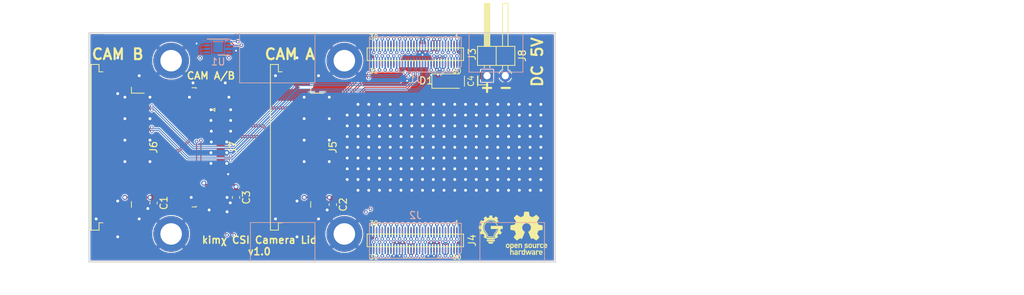
<source format=kicad_pcb>
(kicad_pcb (version 20171130) (host pcbnew "(5.1.10-1-10_14)")
  (title_block (title kimchi_csi_camera_lid) (date 2021-08-02) (rev v1.0) (company GroupGets))
  (layers (0 F.Cu signal) (1 In1.Cu power) (2 In2.Cu power) (31 B.Cu signal) (34 B.Paste user) (35 F.Paste user) (36 B.SilkS user) (37 F.SilkS user) (38 B.Mask user) (39 F.Mask user) (44 Edge.Cuts user))
  (net 0 "")
  (net 1 GND)
  (net 2 VDD_5V)
  (net 3 VDD_1V8)
  (net 4 VDD_3V3)
  (net 5 I2C4_SCL)
  (net 6 I2C4_SDA)
  (net 7 VCHG)
  (net 8 /DISP_CK_P)
  (net 9 /DISP_D2_N)
  (net 10 /DISP_D2_P)
  (net 11 /DISP_D3_N)
  (net 12 /DISP_D3_P)
  (net 13 ECSPI2_MISO)
  (net 14 /CAM_D0_N)
  (net 15 ECSPI2_MOSI)
  (net 16 /CAM_D0_P)
  (net 17 ECSPI2_SS0)
  (net 18 /CAM_D1_N)
  (net 19 ECSPI2_SCLK)
  (net 20 /CAM_D1_P)
  (net 21 ECSPI1_MISO)
  (net 22 /CAM_CK_N)
  (net 23 ECSPI1_MOSI)
  (net 24 /CAM_CK_P)
  (net 25 ECSPI1_SS0)
  (net 26 /CAM_D2_N)
  (net 27 ECSPI1_SCLK)
  (net 28 /CAM_D2_P)
  (net 29 I2C1_SCL)
  (net 30 /CAM_D3_N)
  (net 31 I2C1_SDA)
  (net 32 /CAM_D3_P)
  (net 33 I2C2_SCL)
  (net 34 I2C2_SDA)
  (net 35 I2C3_SCL)
  (net 36 I2C3_SDA)
  (net 37 USB2_VBUS)
  (net 38 USB2_ID)
  (net 39 USB2_DN)
  (net 40 USB2_DP)
  (net 41 /DISP_D0_N)
  (net 42 /DISP_D0_P)
  (net 43 /DISP_D1_N)
  (net 44 /DISP_D1_P)
  (net 45 /USDHC3_DATA2)
  (net 46 /DISP_CK_N)
  (net 47 /USDHC3_DATA1)
  (net 48 /USDHC3_DATA0)
  (net 49 /USDHC3_DATA3)
  (net 50 /USDHC3_CLK)
  (net 51 /USDHC3_CMD)
  (net 52 SAI3_TXFS)
  (net 53 SAI3_MCLK)
  (net 54 GPIO1[0])
  (net 55 GPIO1[1])
  (net 56 GPIO1[9])
  (net 57 GPIO1[10])
  (net 58 GPIO1[11])
  (net 59 GPIO1[12])
  (net 60 UART1_TX)
  (net 61 GPIO1[13])
  (net 62 UART1_RX)
  (net 63 GPIO1[14])
  (net 64 UART3_TX)
  (net 65 GPIO1[15])
  (net 66 UART3_RX)
  (net 67 SAI2_RXFS)
  (net 68 SAI2_MCLK)
  (net 69 SAI2_TXC)
  (net 70 SAI2_TXD0)
  (net 71 SAI2_RXC)
  (net 72 SAI2_TXFS)
  (net 73 SAI2_RXD0)
  (net 74 /ENET_TXC)
  (net 75 /ENET_TX_CTL)
  (net 76 /ENET_TD2)
  (net 77 PCIE_USB_D_P)
  (net 78 /ENET_TD3)
  (net 79 PCIE_USB_D_N)
  (net 80 /ENET_TD0)
  (net 81 SAI3_TXC)
  (net 82 /ENET_TD1)
  (net 83 SAI3_TXD)
  (net 84 /ENET_RX_CTL)
  (net 85 SAI3_RXD)
  (net 86 /ENET_RXC)
  (net 87 SAI3_RXFS)
  (net 88 /ENET_RD0)
  (net 89 SAI3_RXC)
  (net 90 /ENET_RD2)
  (net 91 /ENET_RD1)
  (net 92 /ENET_RD3)
  (net 93 /ENET_MDC)
  (net 94 /ENET_MDIO)
  (net 95 "Net-(C4-Pad1)")
  (net 96 /P1_11)
  (net 97 /P2_42)
  (net 98 /P2_54)
  (net 99 /P2_58)
  (net 100 /P1_51)
  (module kimchi_ulid:gg-4x4 (layer F.Cu) (at 163 121.5)
    (fp_text reference L1 hide)
    (fp_text value GG_LOGO hide)
  )
  (module Capacitor_SMD:C_1206_3216Metric (layer F.Cu) (at 160.25 100.75 270)
    (fp_text reference C4 hide)
    (fp_text value "22uF X5R 6.3V" hide)
    (fp_text user %R (at 0 0 90) (layer F.SilkS) (effects (font (size 0.8 0.8) (thickness 0.12))))
    (pad 2 smd roundrect (at 1.475 0 270) (size 1.15 1.8) (layers F.Cu F.Paste F.Mask) (roundrect_rratio 0.2173904347826087) (net 1 GND))
    (pad 1 smd roundrect (at -1.475 0 270) (size 1.15 1.8) (layers F.Cu F.Paste F.Mask) (roundrect_rratio 0.2173904347826087) (net 95 "Net-(C4-Pad1)"))
  )
  (module Connector_PinHeader_2.54mm:PinHeader_1x02_P2.54mm_Horizontal (layer F.Cu) (at 162.5 100 90)
    (fp_text reference J8 (at 2.8 4.9 90) (layer F.SilkS))
    (fp_text value Conn_01x02 hide)
    (pad 2 thru_hole oval (at 0 2.54 90) (size 1.7 1.7) (drill 1) (layers *.Cu *.Mask) (net 1 GND))
    (pad 1 thru_hole rect (at 0 0 90) (size 1.7 1.7) (drill 1) (layers *.Cu *.Mask) (net 95 "Net-(C4-Pad1)"))
  )
  (module Diode_SMD:D_SOD-123F (layer F.Cu) (at 157 100.75)
    (fp_text reference D1 (at -3 -0.05) (layer F.SilkS))
    (fp_text value PMEG1020EH hide)
    (pad 2 smd rect (at 1.4 0) (size 1.1 1.1) (layers F.Cu F.Paste F.Mask) (net 95 "Net-(C4-Pad1)"))
    (pad 1 smd rect (at -1.4 0) (size 1.1 1.1) (layers F.Cu F.Paste F.Mask) (net 7 VCHG))
  )
  (module Capacitor_SMD:C_0603_1608Metric (layer F.Cu) (at 141 118 270)
    (fp_text reference C2 (at 0 -1.43 90) (layer F.SilkS))
    (fp_text value "4.7uF X5R 6.3V" hide)
    (pad 2 smd roundrect (at 0.775 0 270) (size 0.9 0.95) (layers F.Cu F.Paste F.Mask) (net 1 GND))
    (pad 1 smd roundrect (at -0.775 0 270) (size 0.9 0.95) (layers F.Cu F.Paste F.Mask) (net 4 VDD_3V3))
  )
  (module Capacitor_SMD:C_0603_1608Metric (layer F.Cu) (at 127.5 117 270)
    (fp_text reference C3 (at 0 -1.43 90) (layer F.SilkS))
    (fp_text value "4.7uF X5R 6.3V" hide)
    (pad 2 smd roundrect (at 0.775 0 270) (size 0.9 0.95) (layers F.Cu F.Paste F.Mask) (net 1 GND))
    (pad 1 smd roundrect (at -0.775 0 270) (size 0.9 0.95) (layers F.Cu F.Paste F.Mask) (net 4 VDD_3V3))
  )
  (module Capacitor_SMD:C_0603_1608Metric (layer F.Cu) (at 116 117.775 270)
    (fp_text reference C1 (at 0 -1.43 90) (layer F.SilkS))
    (fp_text value "4.7uF X5R 6.3V" hide)
    (pad 2 smd roundrect (at 0.775 0 270) (size 0.9 0.95) (layers F.Cu F.Paste F.Mask) (net 1 GND))
    (pad 1 smd roundrect (at -0.775 0 270) (size 0.9 0.95) (layers F.Cu F.Paste F.Mask) (net 4 VDD_3V3))
  )
  (module Connector_FFC-FPC:TE_1-84952-5_1x15-1MP_P1.0mm_Horizontal (layer F.Cu) (at 112 110 270)
    (fp_text reference J6 (at 0 -4 90) (layer F.SilkS))
    (fp_text value Conn_01x15_MountingPin hide)
    (pad MP smd rect (at 9.99 1 270) (size 2.68 3.6) (layers F.Cu F.Paste F.Mask) (net 1 GND))
    (pad MP smd rect (at -9.99 1 270) (size 2.68 3.6) (layers F.Cu F.Paste F.Mask) (net 1 GND))
    (pad 15 smd rect (at 7 -1.8 270) (size 0.61 2) (layers F.Cu F.Paste F.Mask) (net 4 VDD_3V3))
    (pad 14 smd rect (at 6 -1.8 270) (size 0.61 2) (layers F.Cu F.Paste F.Mask) (net 6 I2C4_SDA))
    (pad 13 smd rect (at 5 -1.8 270) (size 0.61 2) (layers F.Cu F.Paste F.Mask) (net 5 I2C4_SCL))
    (pad 12 smd rect (at 4 -1.8 270) (size 0.61 2) (layers F.Cu F.Paste F.Mask) (net 87 SAI3_RXFS))
    (pad 11 smd rect (at 3 -1.8 270) (size 0.61 2) (layers F.Cu F.Paste F.Mask) (net 89 SAI3_RXC))
    (pad 10 smd rect (at 2 -1.8 270) (size 0.61 2) (layers F.Cu F.Paste F.Mask) (net 1 GND))
    (pad 9 smd rect (at 1 -1.8 270) (size 0.61 2) (layers F.Cu F.Paste F.Mask) (net 24 /CAM_CK_P))
    (pad 8 smd rect (at 0 -1.8 270) (size 0.61 2) (layers F.Cu F.Paste F.Mask) (net 22 /CAM_CK_N))
    (pad 7 smd rect (at -1 -1.8 270) (size 0.61 2) (layers F.Cu F.Paste F.Mask) (net 1 GND))
    (pad 6 smd rect (at -2 -1.8 270) (size 0.61 2) (layers F.Cu F.Paste F.Mask) (net 32 /CAM_D3_P))
    (pad 5 smd rect (at -3 -1.8 270) (size 0.61 2) (layers F.Cu F.Paste F.Mask) (net 30 /CAM_D3_N))
    (pad 4 smd rect (at -4 -1.8 270) (size 0.61 2) (layers F.Cu F.Paste F.Mask) (net 1 GND))
    (pad 3 smd rect (at -5 -1.8 270) (size 0.61 2) (layers F.Cu F.Paste F.Mask) (net 28 /CAM_D2_P))
    (pad 2 smd rect (at -6 -1.8 270) (size 0.61 2) (layers F.Cu F.Paste F.Mask) (net 26 /CAM_D2_N))
    (pad 1 smd rect (at -7 -1.8 270) (size 0.61 2) (layers F.Cu F.Paste F.Mask) (net 1 GND))
  )
  (module Connector_FFC-FPC:TE_1-84952-5_1x15-1MP_P1.0mm_Horizontal (layer F.Cu) (at 137 110 270)
    (fp_text reference J5 (at 0 -4 90) (layer F.SilkS))
    (fp_text value Conn_01x15_MountingPin hide)
    (pad MP smd rect (at 9.99 1 270) (size 2.68 3.6) (layers F.Cu F.Paste F.Mask) (net 1 GND))
    (pad MP smd rect (at -9.99 1 270) (size 2.68 3.6) (layers F.Cu F.Paste F.Mask) (net 1 GND))
    (pad 15 smd rect (at 7 -1.8 270) (size 0.61 2) (layers F.Cu F.Paste F.Mask) (net 4 VDD_3V3))
    (pad 14 smd rect (at 6 -1.8 270) (size 0.61 2) (layers F.Cu F.Paste F.Mask) (net 36 I2C3_SDA))
    (pad 13 smd rect (at 5 -1.8 270) (size 0.61 2) (layers F.Cu F.Paste F.Mask) (net 35 I2C3_SCL))
    (pad 12 smd rect (at 4 -1.8 270) (size 0.61 2) (layers F.Cu F.Paste F.Mask) (net 52 SAI3_TXFS))
    (pad 11 smd rect (at 3 -1.8 270) (size 0.61 2) (layers F.Cu F.Paste F.Mask) (net 53 SAI3_MCLK))
    (pad 10 smd rect (at 2 -1.8 270) (size 0.61 2) (layers F.Cu F.Paste F.Mask) (net 1 GND))
    (pad 9 smd rect (at 1 -1.8 270) (size 0.61 2) (layers F.Cu F.Paste F.Mask) (net 24 /CAM_CK_P))
    (pad 8 smd rect (at 0 -1.8 270) (size 0.61 2) (layers F.Cu F.Paste F.Mask) (net 22 /CAM_CK_N))
    (pad 7 smd rect (at -1 -1.8 270) (size 0.61 2) (layers F.Cu F.Paste F.Mask) (net 1 GND))
    (pad 6 smd rect (at -2 -1.8 270) (size 0.61 2) (layers F.Cu F.Paste F.Mask) (net 20 /CAM_D1_P))
    (pad 5 smd rect (at -3 -1.8 270) (size 0.61 2) (layers F.Cu F.Paste F.Mask) (net 18 /CAM_D1_N))
    (pad 4 smd rect (at -4 -1.8 270) (size 0.61 2) (layers F.Cu F.Paste F.Mask) (net 1 GND))
    (pad 3 smd rect (at -5 -1.8 270) (size 0.61 2) (layers F.Cu F.Paste F.Mask) (net 16 /CAM_D0_P))
    (pad 2 smd rect (at -6 -1.8 270) (size 0.61 2) (layers F.Cu F.Paste F.Mask) (net 14 /CAM_D0_N))
    (pad 1 smd rect (at -7 -1.8 270) (size 0.61 2) (layers F.Cu F.Paste F.Mask) (net 1 GND))
  )
  (module Connector_FFC-FPC:TE_2-1734839-2_1x22-1MP_P0.5mm_Horizontal (layer F.Cu) (at 124 110 270)
    (fp_text reference J7 (at 0 -3.1 90) (layer F.SilkS))
    (fp_text value Conn_01x22_MountingPin hide)
    (pad MP smd rect (at 6.92 0.35 270) (size 2.3 3.1) (layers F.Cu F.Paste F.Mask) (net 1 GND))
    (pad MP smd rect (at -6.92 0.35 270) (size 2.3 3.1) (layers F.Cu F.Paste F.Mask) (net 1 GND))
    (pad 22 smd rect (at 5.25 -1.35 270) (size 0.3 1.1) (layers F.Cu F.Paste F.Mask) (net 4 VDD_3V3))
    (pad 21 smd rect (at 4.75 -1.35 270) (size 0.3 1.1) (layers F.Cu F.Paste F.Mask) (net 36 I2C3_SDA))
    (pad 20 smd rect (at 4.25 -1.35 270) (size 0.3 1.1) (layers F.Cu F.Paste F.Mask) (net 35 I2C3_SCL))
    (pad 19 smd rect (at 3.75 -1.35 270) (size 0.3 1.1) (layers F.Cu F.Paste F.Mask) (net 1 GND))
    (pad 18 smd rect (at 3.25 -1.35 270) (size 0.3 1.1) (layers F.Cu F.Paste F.Mask) (net 52 SAI3_TXFS))
    (pad 17 smd rect (at 2.75 -1.35 270) (size 0.3 1.1) (layers F.Cu F.Paste F.Mask) (net 53 SAI3_MCLK))
    (pad 16 smd rect (at 2.25 -1.35 270) (size 0.3 1.1) (layers F.Cu F.Paste F.Mask) (net 1 GND))
    (pad 15 smd rect (at 1.75 -1.35 270) (size 0.3 1.1) (layers F.Cu F.Paste F.Mask) (net 32 /CAM_D3_P))
    (pad 14 smd rect (at 1.25 -1.35 270) (size 0.3 1.1) (layers F.Cu F.Paste F.Mask) (net 30 /CAM_D3_N))
    (pad 13 smd rect (at 0.75 -1.35 270) (size 0.3 1.1) (layers F.Cu F.Paste F.Mask) (net 1 GND))
    (pad 12 smd rect (at 0.25 -1.35 270) (size 0.3 1.1) (layers F.Cu F.Paste F.Mask) (net 28 /CAM_D2_P))
    (pad 11 smd rect (at -0.25 -1.35 270) (size 0.3 1.1) (layers F.Cu F.Paste F.Mask) (net 26 /CAM_D2_N))
    (pad 10 smd rect (at -0.75 -1.35 270) (size 0.3 1.1) (layers F.Cu F.Paste F.Mask) (net 1 GND))
    (pad 9 smd rect (at -1.25 -1.35 270) (size 0.3 1.1) (layers F.Cu F.Paste F.Mask) (net 24 /CAM_CK_P))
    (pad 8 smd rect (at -1.75 -1.35 270) (size 0.3 1.1) (layers F.Cu F.Paste F.Mask) (net 22 /CAM_CK_N))
    (pad 7 smd rect (at -2.25 -1.35 270) (size 0.3 1.1) (layers F.Cu F.Paste F.Mask) (net 1 GND))
    (pad 6 smd rect (at -2.75 -1.35 270) (size 0.3 1.1) (layers F.Cu F.Paste F.Mask) (net 20 /CAM_D1_P))
    (pad 5 smd rect (at -3.25 -1.35 270) (size 0.3 1.1) (layers F.Cu F.Paste F.Mask) (net 18 /CAM_D1_N))
    (pad 4 smd rect (at -3.75 -1.35 270) (size 0.3 1.1) (layers F.Cu F.Paste F.Mask) (net 1 GND))
    (pad 3 smd rect (at -4.25 -1.35 270) (size 0.3 1.1) (layers F.Cu F.Paste F.Mask) (net 16 /CAM_D0_P))
    (pad 2 smd rect (at -4.75 -1.35 270) (size 0.3 1.1) (layers F.Cu F.Paste F.Mask) (net 14 /CAM_D0_N))
    (pad 1 smd rect (at -5.25 -1.35 270) (size 0.3 1.1) (layers F.Cu F.Paste F.Mask) (net 1 GND))
  )
  (module kimchi_ulid:DF40C-60DP (layer F.Cu) (at 152.5 123 180)
    (fp_text reference J4 (at -7.915 0 90) (layer F.SilkS))
    (fp_text value DF40C-60DP hide)
    (fp_text user 60 (at -5.8 -2.35) (layer F.SilkS) (effects (font (size 0.65 0.65) (thickness 0.1))))
    (fp_text user 31 (at 5.8 -2.35) (layer F.SilkS) (effects (font (size 0.65 0.65) (thickness 0.1))))
    (fp_text user 30 (at 5.8 2.4) (layer F.SilkS) (effects (font (size 0.65 0.65) (thickness 0.1))))
    (fp_text user 1 (at -5.8 2.45) (layer F.SilkS) (effects (font (size 0.65 0.65) (thickness 0.1))))
    (pad MP smd rect (at 6.275 -1.36 180) (size 0.35 0.66) (layers F.Cu F.Paste F.Mask) (net 1 GND))
    (pad MP smd rect (at 6.275 1.36 180) (size 0.35 0.66) (layers F.Cu F.Paste F.Mask) (net 1 GND))
    (pad MP smd rect (at -6.275 1.36 180) (size 0.35 0.66) (layers F.Cu F.Paste F.Mask) (net 1 GND))
    (pad MP smd rect (at -6.275 -1.36 180) (size 0.35 0.66) (layers F.Cu F.Paste F.Mask) (net 1 GND))
    (pad 30 smd rect (at 5.8 1.36 180) (size 0.23 0.66) (layers F.Cu F.Paste F.Mask) (net 54 GPIO1[0]))
    (pad 31 smd rect (at 5.8 -1.36 180) (size 0.23 0.66) (layers F.Cu F.Paste F.Mask) (net 81 SAI3_TXC))
    (pad 29 smd rect (at 5.4 1.36 180) (size 0.23 0.66) (layers F.Cu F.Paste F.Mask) (net 55 GPIO1[1]))
    (pad 32 smd rect (at 5.4 -1.36 180) (size 0.23 0.66) (layers F.Cu F.Paste F.Mask) (net 83 SAI3_TXD))
    (pad 28 smd rect (at 5 1.36 180) (size 0.23 0.66) (layers F.Cu F.Paste F.Mask) (net 56 GPIO1[9]))
    (pad 33 smd rect (at 5 -1.36 180) (size 0.23 0.66) (layers F.Cu F.Paste F.Mask) (net 85 SAI3_RXD))
    (pad 27 smd rect (at 4.6 1.36 180) (size 0.23 0.66) (layers F.Cu F.Paste F.Mask) (net 57 GPIO1[10]))
    (pad 34 smd rect (at 4.6 -1.36 180) (size 0.23 0.66) (layers F.Cu F.Paste F.Mask) (net 87 SAI3_RXFS))
    (pad 26 smd rect (at 4.2 1.36 180) (size 0.23 0.66) (layers F.Cu F.Paste F.Mask) (net 58 GPIO1[11]))
    (pad 35 smd rect (at 4.2 -1.36 180) (size 0.23 0.66) (layers F.Cu F.Paste F.Mask) (net 89 SAI3_RXC))
    (pad 25 smd rect (at 3.8 1.36 180) (size 0.23 0.66) (layers F.Cu F.Paste F.Mask) (net 59 GPIO1[12]))
    (pad 36 smd rect (at 3.8 -1.36 180) (size 0.23 0.66) (layers F.Cu F.Paste F.Mask) (net 52 SAI3_TXFS))
    (pad 24 smd rect (at 3.4 1.36 180) (size 0.23 0.66) (layers F.Cu F.Paste F.Mask) (net 61 GPIO1[13]))
    (pad 37 smd rect (at 3.4 -1.36 180) (size 0.23 0.66) (layers F.Cu F.Paste F.Mask) (net 53 SAI3_MCLK))
    (pad 23 smd rect (at 3 1.36 180) (size 0.23 0.66) (layers F.Cu F.Paste F.Mask) (net 63 GPIO1[14]))
    (pad 38 smd rect (at 3 -1.36 180) (size 0.23 0.66) (layers F.Cu F.Paste F.Mask) (net 1 GND))
    (pad 22 smd rect (at 2.6 1.36 180) (size 0.23 0.66) (layers F.Cu F.Paste F.Mask) (net 65 GPIO1[15]))
    (pad 39 smd rect (at 2.6 -1.36 180) (size 0.23 0.66) (layers F.Cu F.Paste F.Mask) (net 1 GND))
    (pad 21 smd rect (at 2.2 1.36 180) (size 0.23 0.66) (layers F.Cu F.Paste F.Mask) (net 67 SAI2_RXFS))
    (pad 40 smd rect (at 2.2 -1.36 180) (size 0.23 0.66) (layers F.Cu F.Paste F.Mask) (net 1 GND))
    (pad 20 smd rect (at 1.8 1.36 180) (size 0.23 0.66) (layers F.Cu F.Paste F.Mask) (net 68 SAI2_MCLK))
    (pad 41 smd rect (at 1.8 -1.36 180) (size 0.23 0.66) (layers F.Cu F.Paste F.Mask) (net 1 GND))
    (pad 19 smd rect (at 1.4 1.36 180) (size 0.23 0.66) (layers F.Cu F.Paste F.Mask) (net 69 SAI2_TXC))
    (pad 42 smd rect (at 1.4 -1.36 180) (size 0.23 0.66) (layers F.Cu F.Paste F.Mask) (net 97 /P2_42))
    (pad 18 smd rect (at 1 1.36 180) (size 0.23 0.66) (layers F.Cu F.Paste F.Mask) (net 70 SAI2_TXD0))
    (pad 43 smd rect (at 1 -1.36 180) (size 0.23 0.66) (layers F.Cu F.Paste F.Mask) (net 3 VDD_1V8))
    (pad 17 smd rect (at 0.6 1.36 180) (size 0.23 0.66) (layers F.Cu F.Paste F.Mask) (net 71 SAI2_RXC))
    (pad 44 smd rect (at 0.6 -1.36 180) (size 0.23 0.66) (layers F.Cu F.Paste F.Mask) (net 3 VDD_1V8))
    (pad 16 smd rect (at 0.2 1.36 180) (size 0.23 0.66) (layers F.Cu F.Paste F.Mask) (net 72 SAI2_TXFS))
    (pad 45 smd rect (at 0.2 -1.36 180) (size 0.23 0.66) (layers F.Cu F.Paste F.Mask) (net 3 VDD_1V8))
    (pad 15 smd rect (at -0.2 1.36 180) (size 0.23 0.66) (layers F.Cu F.Paste F.Mask) (net 73 SAI2_RXD0))
    (pad 46 smd rect (at -0.2 -1.36 180) (size 0.23 0.66) (layers F.Cu F.Paste F.Mask) (net 60 UART1_TX))
    (pad 14 smd rect (at -0.6 1.36 180) (size 0.23 0.66) (layers F.Cu F.Paste F.Mask) (net 74 /ENET_TXC))
    (pad 47 smd rect (at -0.6 -1.36 180) (size 0.23 0.66) (layers F.Cu F.Paste F.Mask) (net 62 UART1_RX))
    (pad 13 smd rect (at -1 1.36 180) (size 0.23 0.66) (layers F.Cu F.Paste F.Mask) (net 75 /ENET_TX_CTL))
    (pad 48 smd rect (at -1 -1.36 180) (size 0.23 0.66) (layers F.Cu F.Paste F.Mask) (net 64 UART3_TX))
    (pad 12 smd rect (at -1.4 1.36 180) (size 0.23 0.66) (layers F.Cu F.Paste F.Mask) (net 76 /ENET_TD2))
    (pad 49 smd rect (at -1.4 -1.36 180) (size 0.23 0.66) (layers F.Cu F.Paste F.Mask) (net 66 UART3_RX))
    (pad 11 smd rect (at -1.8 1.36 180) (size 0.23 0.66) (layers F.Cu F.Paste F.Mask) (net 78 /ENET_TD3))
    (pad 50 smd rect (at -1.8 -1.36 180) (size 0.23 0.66) (layers F.Cu F.Paste F.Mask) (net 1 GND))
    (pad 10 smd rect (at -2.2 1.36 180) (size 0.23 0.66) (layers F.Cu F.Paste F.Mask) (net 80 /ENET_TD0))
    (pad 51 smd rect (at -2.2 -1.36 180) (size 0.23 0.66) (layers F.Cu F.Paste F.Mask) (net 1 GND))
    (pad 9 smd rect (at -2.6 1.36 180) (size 0.23 0.66) (layers F.Cu F.Paste F.Mask) (net 82 /ENET_TD1))
    (pad 52 smd rect (at -2.6 -1.36 180) (size 0.23 0.66) (layers F.Cu F.Paste F.Mask) (net 1 GND))
    (pad 8 smd rect (at -3 1.36 180) (size 0.23 0.66) (layers F.Cu F.Paste F.Mask) (net 84 /ENET_RX_CTL))
    (pad 53 smd rect (at -3 -1.36 180) (size 0.23 0.66) (layers F.Cu F.Paste F.Mask) (net 1 GND))
    (pad 7 smd rect (at -3.4 1.36 180) (size 0.23 0.66) (layers F.Cu F.Paste F.Mask) (net 86 /ENET_RXC))
    (pad 54 smd rect (at -3.4 -1.36 180) (size 0.23 0.66) (layers F.Cu F.Paste F.Mask) (net 98 /P2_54))
    (pad 6 smd rect (at -3.8 1.36 180) (size 0.23 0.66) (layers F.Cu F.Paste F.Mask) (net 88 /ENET_RD0))
    (pad 55 smd rect (at -3.8 -1.36 180) (size 0.23 0.66) (layers F.Cu F.Paste F.Mask) (net 4 VDD_3V3))
    (pad 5 smd rect (at -4.2 1.36 180) (size 0.23 0.66) (layers F.Cu F.Paste F.Mask) (net 90 /ENET_RD2))
    (pad 56 smd rect (at -4.2 -1.36 180) (size 0.23 0.66) (layers F.Cu F.Paste F.Mask) (net 4 VDD_3V3))
    (pad 4 smd rect (at -4.6 1.36 180) (size 0.23 0.66) (layers F.Cu F.Paste F.Mask) (net 91 /ENET_RD1))
    (pad 57 smd rect (at -4.6 -1.36 180) (size 0.23 0.66) (layers F.Cu F.Paste F.Mask) (net 4 VDD_3V3))
    (pad 3 smd rect (at -5 1.36 180) (size 0.23 0.66) (layers F.Cu F.Paste F.Mask) (net 92 /ENET_RD3))
    (pad 58 smd rect (at -5 -1.36 180) (size 0.23 0.66) (layers F.Cu F.Paste F.Mask) (net 99 /P2_58))
    (pad 2 smd rect (at -5.4 1.36 180) (size 0.23 0.66) (layers F.Cu F.Paste F.Mask) (net 93 /ENET_MDC))
    (pad 59 smd rect (at -5.4 -1.36 180) (size 0.23 0.66) (layers F.Cu F.Paste F.Mask) (net 77 PCIE_USB_D_P))
    (pad 1 smd rect (at -5.8 1.36 180) (size 0.23 0.66) (layers F.Cu F.Paste F.Mask) (net 94 /ENET_MDIO))
    (pad 60 smd rect (at -5.8 -1.36 180) (size 0.23 0.66) (layers F.Cu F.Paste F.Mask) (net 79 PCIE_USB_D_N))
  )
  (module kimchi_ulid:DF40C-60DP (layer F.Cu) (at 152.5 97 180)
    (fp_text reference J3 (at -7.915 0 90) (layer F.SilkS))
    (fp_text value DF40C-60DP hide)
    (fp_text user 60 (at -5.8 -2.35) (layer F.SilkS) (effects (font (size 0.65 0.65) (thickness 0.1))))
    (fp_text user 31 (at 5.8 -2.35) (layer F.SilkS) (effects (font (size 0.65 0.65) (thickness 0.1))))
    (fp_text user 30 (at 5.8 2.4) (layer F.SilkS) (effects (font (size 0.65 0.65) (thickness 0.1))))
    (fp_text user 1 (at -5.8 2.45) (layer F.SilkS) (effects (font (size 0.65 0.65) (thickness 0.1))))
    (pad MP smd rect (at 6.275 -1.36 180) (size 0.35 0.66) (layers F.Cu F.Paste F.Mask) (net 1 GND))
    (pad MP smd rect (at 6.275 1.36 180) (size 0.35 0.66) (layers F.Cu F.Paste F.Mask) (net 1 GND))
    (pad MP smd rect (at -6.275 1.36 180) (size 0.35 0.66) (layers F.Cu F.Paste F.Mask) (net 1 GND))
    (pad MP smd rect (at -6.275 -1.36 180) (size 0.35 0.66) (layers F.Cu F.Paste F.Mask) (net 1 GND))
    (pad 30 smd rect (at 5.8 1.36 180) (size 0.23 0.66) (layers F.Cu F.Paste F.Mask) (net 13 ECSPI2_MISO))
    (pad 31 smd rect (at 5.8 -1.36 180) (size 0.23 0.66) (layers F.Cu F.Paste F.Mask) (net 41 /DISP_D0_N))
    (pad 29 smd rect (at 5.4 1.36 180) (size 0.23 0.66) (layers F.Cu F.Paste F.Mask) (net 15 ECSPI2_MOSI))
    (pad 32 smd rect (at 5.4 -1.36 180) (size 0.23 0.66) (layers F.Cu F.Paste F.Mask) (net 42 /DISP_D0_P))
    (pad 28 smd rect (at 5 1.36 180) (size 0.23 0.66) (layers F.Cu F.Paste F.Mask) (net 17 ECSPI2_SS0))
    (pad 33 smd rect (at 5 -1.36 180) (size 0.23 0.66) (layers F.Cu F.Paste F.Mask) (net 43 /DISP_D1_N))
    (pad 27 smd rect (at 4.6 1.36 180) (size 0.23 0.66) (layers F.Cu F.Paste F.Mask) (net 19 ECSPI2_SCLK))
    (pad 34 smd rect (at 4.6 -1.36 180) (size 0.23 0.66) (layers F.Cu F.Paste F.Mask) (net 44 /DISP_D1_P))
    (pad 26 smd rect (at 4.2 1.36 180) (size 0.23 0.66) (layers F.Cu F.Paste F.Mask) (net 21 ECSPI1_MISO))
    (pad 35 smd rect (at 4.2 -1.36 180) (size 0.23 0.66) (layers F.Cu F.Paste F.Mask) (net 46 /DISP_CK_N))
    (pad 25 smd rect (at 3.8 1.36 180) (size 0.23 0.66) (layers F.Cu F.Paste F.Mask) (net 23 ECSPI1_MOSI))
    (pad 36 smd rect (at 3.8 -1.36 180) (size 0.23 0.66) (layers F.Cu F.Paste F.Mask) (net 8 /DISP_CK_P))
    (pad 24 smd rect (at 3.4 1.36 180) (size 0.23 0.66) (layers F.Cu F.Paste F.Mask) (net 25 ECSPI1_SS0))
    (pad 37 smd rect (at 3.4 -1.36 180) (size 0.23 0.66) (layers F.Cu F.Paste F.Mask) (net 9 /DISP_D2_N))
    (pad 23 smd rect (at 3 1.36 180) (size 0.23 0.66) (layers F.Cu F.Paste F.Mask) (net 27 ECSPI1_SCLK))
    (pad 38 smd rect (at 3 -1.36 180) (size 0.23 0.66) (layers F.Cu F.Paste F.Mask) (net 10 /DISP_D2_P))
    (pad 22 smd rect (at 2.6 1.36 180) (size 0.23 0.66) (layers F.Cu F.Paste F.Mask) (net 29 I2C1_SCL))
    (pad 39 smd rect (at 2.6 -1.36 180) (size 0.23 0.66) (layers F.Cu F.Paste F.Mask) (net 11 /DISP_D3_N))
    (pad 21 smd rect (at 2.2 1.36 180) (size 0.23 0.66) (layers F.Cu F.Paste F.Mask) (net 31 I2C1_SDA))
    (pad 40 smd rect (at 2.2 -1.36 180) (size 0.23 0.66) (layers F.Cu F.Paste F.Mask) (net 12 /DISP_D3_P))
    (pad 20 smd rect (at 1.8 1.36 180) (size 0.23 0.66) (layers F.Cu F.Paste F.Mask) (net 33 I2C2_SCL))
    (pad 41 smd rect (at 1.8 -1.36 180) (size 0.23 0.66) (layers F.Cu F.Paste F.Mask))
    (pad 19 smd rect (at 1.4 1.36 180) (size 0.23 0.66) (layers F.Cu F.Paste F.Mask) (net 34 I2C2_SDA))
    (pad 42 smd rect (at 1.4 -1.36 180) (size 0.23 0.66) (layers F.Cu F.Paste F.Mask))
    (pad 18 smd rect (at 1 1.36 180) (size 0.23 0.66) (layers F.Cu F.Paste F.Mask) (net 35 I2C3_SCL))
    (pad 43 smd rect (at 1 -1.36 180) (size 0.23 0.66) (layers F.Cu F.Paste F.Mask))
    (pad 17 smd rect (at 0.6 1.36 180) (size 0.23 0.66) (layers F.Cu F.Paste F.Mask) (net 36 I2C3_SDA))
    (pad 44 smd rect (at 0.6 -1.36 180) (size 0.23 0.66) (layers F.Cu F.Paste F.Mask))
    (pad 16 smd rect (at 0.2 1.36 180) (size 0.23 0.66) (layers F.Cu F.Paste F.Mask) (net 5 I2C4_SCL))
    (pad 45 smd rect (at 0.2 -1.36 180) (size 0.23 0.66) (layers F.Cu F.Paste F.Mask))
    (pad 15 smd rect (at -0.2 1.36 180) (size 0.23 0.66) (layers F.Cu F.Paste F.Mask) (net 6 I2C4_SDA))
    (pad 46 smd rect (at -0.2 -1.36 180) (size 0.23 0.66) (layers F.Cu F.Paste F.Mask))
    (pad 14 smd rect (at -0.6 1.36 180) (size 0.23 0.66) (layers F.Cu F.Paste F.Mask) (net 1 GND))
    (pad 47 smd rect (at -0.6 -1.36 180) (size 0.23 0.66) (layers F.Cu F.Paste F.Mask))
    (pad 13 smd rect (at -1 1.36 180) (size 0.23 0.66) (layers F.Cu F.Paste F.Mask) (net 1 GND))
    (pad 48 smd rect (at -1 -1.36 180) (size 0.23 0.66) (layers F.Cu F.Paste F.Mask))
    (pad 12 smd rect (at -1.4 1.36 180) (size 0.23 0.66) (layers F.Cu F.Paste F.Mask) (net 1 GND))
    (pad 49 smd rect (at -1.4 -1.36 180) (size 0.23 0.66) (layers F.Cu F.Paste F.Mask))
    (pad 11 smd rect (at -1.8 1.36 180) (size 0.23 0.66) (layers F.Cu F.Paste F.Mask) (net 96 /P1_11))
    (pad 50 smd rect (at -1.8 -1.36 180) (size 0.23 0.66) (layers F.Cu F.Paste F.Mask))
    (pad 10 smd rect (at -2.2 1.36 180) (size 0.23 0.66) (layers F.Cu F.Paste F.Mask) (net 2 VDD_5V))
    (pad 51 smd rect (at -2.2 -1.36 180) (size 0.23 0.66) (layers F.Cu F.Paste F.Mask) (net 100 /P1_51))
    (pad 9 smd rect (at -2.6 1.36 180) (size 0.23 0.66) (layers F.Cu F.Paste F.Mask) (net 2 VDD_5V))
    (pad 52 smd rect (at -2.6 -1.36 180) (size 0.23 0.66) (layers F.Cu F.Paste F.Mask) (net 7 VCHG))
    (pad 8 smd rect (at -3 1.36 180) (size 0.23 0.66) (layers F.Cu F.Paste F.Mask) (net 2 VDD_5V))
    (pad 53 smd rect (at -3 -1.36 180) (size 0.23 0.66) (layers F.Cu F.Paste F.Mask) (net 7 VCHG))
    (pad 7 smd rect (at -3.4 1.36 180) (size 0.23 0.66) (layers F.Cu F.Paste F.Mask) (net 2 VDD_5V))
    (pad 54 smd rect (at -3.4 -1.36 180) (size 0.23 0.66) (layers F.Cu F.Paste F.Mask) (net 7 VCHG))
    (pad 6 smd rect (at -3.8 1.36 180) (size 0.23 0.66) (layers F.Cu F.Paste F.Mask) (net 45 /USDHC3_DATA2))
    (pad 55 smd rect (at -3.8 -1.36 180) (size 0.23 0.66) (layers F.Cu F.Paste F.Mask) (net 7 VCHG))
    (pad 5 smd rect (at -4.2 1.36 180) (size 0.23 0.66) (layers F.Cu F.Paste F.Mask) (net 47 /USDHC3_DATA1))
    (pad 56 smd rect (at -4.2 -1.36 180) (size 0.23 0.66) (layers F.Cu F.Paste F.Mask) (net 7 VCHG))
    (pad 4 smd rect (at -4.6 1.36 180) (size 0.23 0.66) (layers F.Cu F.Paste F.Mask) (net 48 /USDHC3_DATA0))
    (pad 57 smd rect (at -4.6 -1.36 180) (size 0.23 0.66) (layers F.Cu F.Paste F.Mask) (net 37 USB2_VBUS))
    (pad 3 smd rect (at -5 1.36 180) (size 0.23 0.66) (layers F.Cu F.Paste F.Mask) (net 49 /USDHC3_DATA3))
    (pad 58 smd rect (at -5 -1.36 180) (size 0.23 0.66) (layers F.Cu F.Paste F.Mask) (net 38 USB2_ID))
    (pad 2 smd rect (at -5.4 1.36 180) (size 0.23 0.66) (layers F.Cu F.Paste F.Mask) (net 50 /USDHC3_CLK))
    (pad 59 smd rect (at -5.4 -1.36 180) (size 0.23 0.66) (layers F.Cu F.Paste F.Mask) (net 39 USB2_DN))
    (pad 1 smd rect (at -5.8 1.36 180) (size 0.23 0.66) (layers F.Cu F.Paste F.Mask) (net 51 /USDHC3_CMD))
    (pad 60 smd rect (at -5.8 -1.36 180) (size 0.23 0.66) (layers F.Cu F.Paste F.Mask) (net 40 USB2_DP))
  )
  (module kimchi_ulid:KIMCHI_MICRO (layer B.Cu) (at 107 126)
    (fp_text reference K1 hide)
    (fp_text value KIMCHI_MICRO)
  )
  (module kimchi_ulid:MountingHole_M2_Standoff (layer B.Cu) (at 142.6 122.1)
    (fp_text reference H4 hide)
    (fp_text value MountingHole_Pad hide)
    (pad 1 thru_hole circle (at 0 0) (size 5 5) (drill 3) (layers *.Cu *.Mask) (net 1 GND))
  )
  (module kimchi_ulid:MountingHole_M2_Standoff (layer B.Cu) (at 142.6 97.9)
    (fp_text reference H3 hide)
    (fp_text value MountingHole_Pad hide)
    (pad 1 thru_hole circle (at 0 0) (size 5 5) (drill 3) (layers *.Cu *.Mask) (net 1 GND))
  )
  (module kimchi_ulid:MountingHole_M2_Standoff (layer B.Cu) (at 118.45 122.1)
    (fp_text reference H2 hide)
    (fp_text value MountingHole_Pad hide)
    (pad 1 thru_hole circle (at 0 0) (size 5 5) (drill 3) (layers *.Cu *.Mask) (net 1 GND))
  )
  (module kimchi_ulid:MountingHole_M2_Standoff (layer B.Cu) (at 118.45 97.9)
    (fp_text reference H1 hide)
    (fp_text value MountingHole_Pad hide)
    (pad 1 thru_hole circle (at 0 0) (size 5 5) (drill 3) (layers *.Cu *.Mask) (net 1 GND))
  )
  (module "kimchi_ulid:DF40HC(3.5)-60DS" (layer B.Cu) (at 152.5 123 180)
    (fp_text reference J2 (at 0 3.5 180) (layer B.SilkS) (effects (justify mirror)))
    (fp_text value "DF40HC(3.5)-60DS" hide)
    (pad 36 smd rect (at 3.8 -1.16 180) (size 0.2 1.5) (layers B.Cu B.Paste B.Mask) (net 52 SAI3_TXFS))
    (pad 37 smd rect (at 3.4 -1.16 180) (size 0.2 1.5) (layers B.Cu B.Paste B.Mask) (net 53 SAI3_MCLK))
    (pad 38 smd rect (at 3 -1.16 180) (size 0.2 1.5) (layers B.Cu B.Paste B.Mask) (net 1 GND))
    (pad 39 smd rect (at 2.6 -1.16 180) (size 0.2 1.5) (layers B.Cu B.Paste B.Mask) (net 1 GND))
    (pad 40 smd rect (at 2.2 -1.16 180) (size 0.2 1.5) (layers B.Cu B.Paste B.Mask) (net 1 GND))
    (pad 30 smd rect (at 5.8 1.16 180) (size 0.2 1.5) (layers B.Cu B.Paste B.Mask) (net 54 GPIO1[0]))
    (pad 41 smd rect (at 1.8 -1.16 180) (size 0.2 1.5) (layers B.Cu B.Paste B.Mask) (net 1 GND))
    (pad 29 smd rect (at 5.4 1.16 180) (size 0.2 1.5) (layers B.Cu B.Paste B.Mask) (net 55 GPIO1[1]))
    (pad 42 smd rect (at 1.4 -1.16 180) (size 0.2 1.5) (layers B.Cu B.Paste B.Mask) (net 97 /P2_42))
    (pad 28 smd rect (at 5 1.16 180) (size 0.2 1.5) (layers B.Cu B.Paste B.Mask) (net 56 GPIO1[9]))
    (pad 43 smd rect (at 1 -1.16 180) (size 0.2 1.5) (layers B.Cu B.Paste B.Mask) (net 3 VDD_1V8))
    (pad 27 smd rect (at 4.6 1.16 180) (size 0.2 1.5) (layers B.Cu B.Paste B.Mask) (net 57 GPIO1[10]))
    (pad 44 smd rect (at 0.6 -1.16 180) (size 0.2 1.5) (layers B.Cu B.Paste B.Mask) (net 3 VDD_1V8))
    (pad 26 smd rect (at 4.2 1.16 180) (size 0.2 1.5) (layers B.Cu B.Paste B.Mask) (net 58 GPIO1[11]))
    (pad 45 smd rect (at 0.2 -1.16 180) (size 0.2 1.5) (layers B.Cu B.Paste B.Mask) (net 3 VDD_1V8))
    (pad 25 smd rect (at 3.8 1.16 180) (size 0.2 1.5) (layers B.Cu B.Paste B.Mask) (net 59 GPIO1[12]))
    (pad 46 smd rect (at -0.2 -1.16 180) (size 0.2 1.5) (layers B.Cu B.Paste B.Mask) (net 60 UART1_TX))
    (pad 24 smd rect (at 3.4 1.16 180) (size 0.2 1.5) (layers B.Cu B.Paste B.Mask) (net 61 GPIO1[13]))
    (pad 47 smd rect (at -0.6 -1.16 180) (size 0.2 1.5) (layers B.Cu B.Paste B.Mask) (net 62 UART1_RX))
    (pad 23 smd rect (at 3 1.16 180) (size 0.2 1.5) (layers B.Cu B.Paste B.Mask) (net 63 GPIO1[14]))
    (pad 48 smd rect (at -1 -1.16 180) (size 0.2 1.5) (layers B.Cu B.Paste B.Mask) (net 64 UART3_TX))
    (pad 22 smd rect (at 2.6 1.16 180) (size 0.2 1.5) (layers B.Cu B.Paste B.Mask) (net 65 GPIO1[15]))
    (pad 49 smd rect (at -1.4 -1.16 180) (size 0.2 1.5) (layers B.Cu B.Paste B.Mask) (net 66 UART3_RX))
    (pad 21 smd rect (at 2.2 1.16 180) (size 0.2 1.5) (layers B.Cu B.Paste B.Mask) (net 67 SAI2_RXFS))
    (pad 50 smd rect (at -1.8 -1.16 180) (size 0.2 1.5) (layers B.Cu B.Paste B.Mask) (net 1 GND))
    (pad 20 smd rect (at 1.8 1.16 180) (size 0.2 1.5) (layers B.Cu B.Paste B.Mask) (net 68 SAI2_MCLK))
    (pad 51 smd rect (at -2.2 -1.16 180) (size 0.2 1.5) (layers B.Cu B.Paste B.Mask) (net 1 GND))
    (pad 19 smd rect (at 1.4 1.16 180) (size 0.2 1.5) (layers B.Cu B.Paste B.Mask) (net 69 SAI2_TXC))
    (pad 52 smd rect (at -2.6 -1.16 180) (size 0.2 1.5) (layers B.Cu B.Paste B.Mask) (net 1 GND))
    (pad 18 smd rect (at 1 1.16 180) (size 0.2 1.5) (layers B.Cu B.Paste B.Mask) (net 70 SAI2_TXD0))
    (pad 53 smd rect (at -3 -1.16 180) (size 0.2 1.5) (layers B.Cu B.Paste B.Mask) (net 1 GND))
    (pad 17 smd rect (at 0.6 1.16 180) (size 0.2 1.5) (layers B.Cu B.Paste B.Mask) (net 71 SAI2_RXC))
    (pad 54 smd rect (at -3.4 -1.16 180) (size 0.2 1.5) (layers B.Cu B.Paste B.Mask) (net 98 /P2_54))
    (pad 16 smd rect (at 0.2 1.16 180) (size 0.2 1.5) (layers B.Cu B.Paste B.Mask) (net 72 SAI2_TXFS))
    (pad 55 smd rect (at -3.8 -1.16 180) (size 0.2 1.5) (layers B.Cu B.Paste B.Mask) (net 4 VDD_3V3))
    (pad 15 smd rect (at -0.2 1.16 180) (size 0.2 1.5) (layers B.Cu B.Paste B.Mask) (net 73 SAI2_RXD0))
    (pad 56 smd rect (at -4.2 -1.16 180) (size 0.2 1.5) (layers B.Cu B.Paste B.Mask) (net 4 VDD_3V3))
    (pad 14 smd rect (at -0.6 1.16 180) (size 0.2 1.5) (layers B.Cu B.Paste B.Mask) (net 74 /ENET_TXC))
    (pad 57 smd rect (at -4.6 -1.16 180) (size 0.2 1.5) (layers B.Cu B.Paste B.Mask) (net 4 VDD_3V3))
    (pad 13 smd rect (at -1 1.16 180) (size 0.2 1.5) (layers B.Cu B.Paste B.Mask) (net 75 /ENET_TX_CTL))
    (pad 58 smd rect (at -5 -1.16 180) (size 0.2 1.5) (layers B.Cu B.Paste B.Mask) (net 99 /P2_58))
    (pad 12 smd rect (at -1.4 1.16 180) (size 0.2 1.5) (layers B.Cu B.Paste B.Mask) (net 76 /ENET_TD2))
    (pad 59 smd rect (at -5.4 -1.16 180) (size 0.2 1.5) (layers B.Cu B.Paste B.Mask) (net 77 PCIE_USB_D_P))
    (pad 11 smd rect (at -1.8 1.16 180) (size 0.2 1.5) (layers B.Cu B.Paste B.Mask) (net 78 /ENET_TD3))
    (pad 60 smd rect (at -5.8 -1.16 180) (size 0.2 1.5) (layers B.Cu B.Paste B.Mask) (net 79 PCIE_USB_D_N))
    (pad 10 smd rect (at -2.2 1.16 180) (size 0.2 1.5) (layers B.Cu B.Paste B.Mask) (net 80 /ENET_TD0))
    (pad 31 smd rect (at 5.8 -1.16 180) (size 0.2 1.5) (layers B.Cu B.Paste B.Mask) (net 81 SAI3_TXC))
    (pad 9 smd rect (at -2.6 1.16 180) (size 0.2 1.5) (layers B.Cu B.Paste B.Mask) (net 82 /ENET_TD1))
    (pad 32 smd rect (at 5.4 -1.16 180) (size 0.2 1.5) (layers B.Cu B.Paste B.Mask) (net 83 SAI3_TXD))
    (pad 8 smd rect (at -3 1.16 180) (size 0.2 1.5) (layers B.Cu B.Paste B.Mask) (net 84 /ENET_RX_CTL))
    (pad 33 smd rect (at 5 -1.16 180) (size 0.2 1.5) (layers B.Cu B.Paste B.Mask) (net 85 SAI3_RXD))
    (pad 7 smd rect (at -3.4 1.16 180) (size 0.2 1.5) (layers B.Cu B.Paste B.Mask) (net 86 /ENET_RXC))
    (pad 34 smd rect (at 4.6 -1.16 180) (size 0.2 1.5) (layers B.Cu B.Paste B.Mask) (net 87 SAI3_RXFS))
    (pad 6 smd rect (at -3.8 1.16 180) (size 0.2 1.5) (layers B.Cu B.Paste B.Mask) (net 88 /ENET_RD0))
    (pad 35 smd rect (at 4.2 -1.16 180) (size 0.2 1.5) (layers B.Cu B.Paste B.Mask) (net 89 SAI3_RXC))
    (pad 5 smd rect (at -4.2 1.16 180) (size 0.2 1.5) (layers B.Cu B.Paste B.Mask) (net 90 /ENET_RD2))
    (pad 4 smd rect (at -4.6 1.16 180) (size 0.2 1.5) (layers B.Cu B.Paste B.Mask) (net 91 /ENET_RD1))
    (pad 3 smd rect (at -5 1.16 180) (size 0.2 1.5) (layers B.Cu B.Paste B.Mask) (net 92 /ENET_RD3))
    (pad 2 smd rect (at -5.4 1.16 180) (size 0.2 1.5) (layers B.Cu B.Paste B.Mask) (net 93 /ENET_MDC))
    (pad 1 smd rect (at -5.8 1.16 180) (size 0.2 1.5) (layers B.Cu B.Paste B.Mask) (net 94 /ENET_MDIO))
  )
  (module "kimchi_ulid:DF40HC(3.5)-60DS" (layer B.Cu) (at 152.5 97 180)
    (fp_text reference J1 (at 0 -3.5) (layer B.SilkS) (effects (justify mirror)))
    (fp_text value "DF40HC(3.5)-60DS" hide)
    (pad 36 smd rect (at 3.8 -1.16 180) (size 0.2 1.5) (layers B.Cu B.Paste B.Mask) (net 8 /DISP_CK_P))
    (pad 37 smd rect (at 3.4 -1.16 180) (size 0.2 1.5) (layers B.Cu B.Paste B.Mask) (net 9 /DISP_D2_N))
    (pad 38 smd rect (at 3 -1.16 180) (size 0.2 1.5) (layers B.Cu B.Paste B.Mask) (net 10 /DISP_D2_P))
    (pad 39 smd rect (at 2.6 -1.16 180) (size 0.2 1.5) (layers B.Cu B.Paste B.Mask) (net 11 /DISP_D3_N))
    (pad 40 smd rect (at 2.2 -1.16 180) (size 0.2 1.5) (layers B.Cu B.Paste B.Mask) (net 12 /DISP_D3_P))
    (pad 30 smd rect (at 5.8 1.16 180) (size 0.2 1.5) (layers B.Cu B.Paste B.Mask) (net 13 ECSPI2_MISO))
    (pad 41 smd rect (at 1.8 -1.16 180) (size 0.2 1.5) (layers B.Cu B.Paste B.Mask) (net 14 /CAM_D0_N))
    (pad 29 smd rect (at 5.4 1.16 180) (size 0.2 1.5) (layers B.Cu B.Paste B.Mask) (net 15 ECSPI2_MOSI))
    (pad 42 smd rect (at 1.4 -1.16 180) (size 0.2 1.5) (layers B.Cu B.Paste B.Mask) (net 16 /CAM_D0_P))
    (pad 28 smd rect (at 5 1.16 180) (size 0.2 1.5) (layers B.Cu B.Paste B.Mask) (net 17 ECSPI2_SS0))
    (pad 43 smd rect (at 1 -1.16 180) (size 0.2 1.5) (layers B.Cu B.Paste B.Mask) (net 18 /CAM_D1_N))
    (pad 27 smd rect (at 4.6 1.16 180) (size 0.2 1.5) (layers B.Cu B.Paste B.Mask) (net 19 ECSPI2_SCLK))
    (pad 44 smd rect (at 0.6 -1.16 180) (size 0.2 1.5) (layers B.Cu B.Paste B.Mask) (net 20 /CAM_D1_P))
    (pad 26 smd rect (at 4.2 1.16 180) (size 0.2 1.5) (layers B.Cu B.Paste B.Mask) (net 21 ECSPI1_MISO))
    (pad 45 smd rect (at 0.2 -1.16 180) (size 0.2 1.5) (layers B.Cu B.Paste B.Mask) (net 22 /CAM_CK_N))
    (pad 25 smd rect (at 3.8 1.16 180) (size 0.2 1.5) (layers B.Cu B.Paste B.Mask) (net 23 ECSPI1_MOSI))
    (pad 46 smd rect (at -0.2 -1.16 180) (size 0.2 1.5) (layers B.Cu B.Paste B.Mask) (net 24 /CAM_CK_P))
    (pad 24 smd rect (at 3.4 1.16 180) (size 0.2 1.5) (layers B.Cu B.Paste B.Mask) (net 25 ECSPI1_SS0))
    (pad 47 smd rect (at -0.6 -1.16 180) (size 0.2 1.5) (layers B.Cu B.Paste B.Mask) (net 26 /CAM_D2_N))
    (pad 23 smd rect (at 3 1.16 180) (size 0.2 1.5) (layers B.Cu B.Paste B.Mask) (net 27 ECSPI1_SCLK))
    (pad 48 smd rect (at -1 -1.16 180) (size 0.2 1.5) (layers B.Cu B.Paste B.Mask) (net 28 /CAM_D2_P))
    (pad 22 smd rect (at 2.6 1.16 180) (size 0.2 1.5) (layers B.Cu B.Paste B.Mask) (net 29 I2C1_SCL))
    (pad 49 smd rect (at -1.4 -1.16 180) (size 0.2 1.5) (layers B.Cu B.Paste B.Mask) (net 30 /CAM_D3_N))
    (pad 21 smd rect (at 2.2 1.16 180) (size 0.2 1.5) (layers B.Cu B.Paste B.Mask) (net 31 I2C1_SDA))
    (pad 50 smd rect (at -1.8 -1.16 180) (size 0.2 1.5) (layers B.Cu B.Paste B.Mask) (net 32 /CAM_D3_P))
    (pad 20 smd rect (at 1.8 1.16 180) (size 0.2 1.5) (layers B.Cu B.Paste B.Mask) (net 33 I2C2_SCL))
    (pad 51 smd rect (at -2.2 -1.16 180) (size 0.2 1.5) (layers B.Cu B.Paste B.Mask) (net 100 /P1_51))
    (pad 19 smd rect (at 1.4 1.16 180) (size 0.2 1.5) (layers B.Cu B.Paste B.Mask) (net 34 I2C2_SDA))
    (pad 52 smd rect (at -2.6 -1.16 180) (size 0.2 1.5) (layers B.Cu B.Paste B.Mask) (net 7 VCHG))
    (pad 18 smd rect (at 1 1.16 180) (size 0.2 1.5) (layers B.Cu B.Paste B.Mask) (net 35 I2C3_SCL))
    (pad 53 smd rect (at -3 -1.16 180) (size 0.2 1.5) (layers B.Cu B.Paste B.Mask) (net 7 VCHG))
    (pad 17 smd rect (at 0.6 1.16 180) (size 0.2 1.5) (layers B.Cu B.Paste B.Mask) (net 36 I2C3_SDA))
    (pad 54 smd rect (at -3.4 -1.16 180) (size 0.2 1.5) (layers B.Cu B.Paste B.Mask) (net 7 VCHG))
    (pad 16 smd rect (at 0.2 1.16 180) (size 0.2 1.5) (layers B.Cu B.Paste B.Mask) (net 5 I2C4_SCL))
    (pad 55 smd rect (at -3.8 -1.16 180) (size 0.2 1.5) (layers B.Cu B.Paste B.Mask) (net 7 VCHG))
    (pad 15 smd rect (at -0.2 1.16 180) (size 0.2 1.5) (layers B.Cu B.Paste B.Mask) (net 6 I2C4_SDA))
    (pad 56 smd rect (at -4.2 -1.16 180) (size 0.2 1.5) (layers B.Cu B.Paste B.Mask) (net 7 VCHG))
    (pad 14 smd rect (at -0.6 1.16 180) (size 0.2 1.5) (layers B.Cu B.Paste B.Mask) (net 1 GND))
    (pad 57 smd rect (at -4.6 -1.16 180) (size 0.2 1.5) (layers B.Cu B.Paste B.Mask) (net 37 USB2_VBUS))
    (pad 13 smd rect (at -1 1.16 180) (size 0.2 1.5) (layers B.Cu B.Paste B.Mask) (net 1 GND))
    (pad 58 smd rect (at -5 -1.16 180) (size 0.2 1.5) (layers B.Cu B.Paste B.Mask) (net 38 USB2_ID))
    (pad 12 smd rect (at -1.4 1.16 180) (size 0.2 1.5) (layers B.Cu B.Paste B.Mask) (net 1 GND))
    (pad 59 smd rect (at -5.4 -1.16 180) (size 0.2 1.5) (layers B.Cu B.Paste B.Mask) (net 39 USB2_DN))
    (pad 11 smd rect (at -1.8 1.16 180) (size 0.2 1.5) (layers B.Cu B.Paste B.Mask) (net 96 /P1_11))
    (pad 60 smd rect (at -5.8 -1.16 180) (size 0.2 1.5) (layers B.Cu B.Paste B.Mask) (net 40 USB2_DP))
    (pad 10 smd rect (at -2.2 1.16 180) (size 0.2 1.5) (layers B.Cu B.Paste B.Mask) (net 2 VDD_5V))
    (pad 31 smd rect (at 5.8 -1.16 180) (size 0.2 1.5) (layers B.Cu B.Paste B.Mask) (net 41 /DISP_D0_N))
    (pad 9 smd rect (at -2.6 1.16 180) (size 0.2 1.5) (layers B.Cu B.Paste B.Mask) (net 2 VDD_5V))
    (pad 32 smd rect (at 5.4 -1.16 180) (size 0.2 1.5) (layers B.Cu B.Paste B.Mask) (net 42 /DISP_D0_P))
    (pad 8 smd rect (at -3 1.16 180) (size 0.2 1.5) (layers B.Cu B.Paste B.Mask) (net 2 VDD_5V))
    (pad 33 smd rect (at 5 -1.16 180) (size 0.2 1.5) (layers B.Cu B.Paste B.Mask) (net 43 /DISP_D1_N))
    (pad 7 smd rect (at -3.4 1.16 180) (size 0.2 1.5) (layers B.Cu B.Paste B.Mask) (net 2 VDD_5V))
    (pad 34 smd rect (at 4.6 -1.16 180) (size 0.2 1.5) (layers B.Cu B.Paste B.Mask) (net 44 /DISP_D1_P))
    (pad 6 smd rect (at -3.8 1.16 180) (size 0.2 1.5) (layers B.Cu B.Paste B.Mask) (net 45 /USDHC3_DATA2))
    (pad 35 smd rect (at 4.2 -1.16 180) (size 0.2 1.5) (layers B.Cu B.Paste B.Mask) (net 46 /DISP_CK_N))
    (pad 5 smd rect (at -4.2 1.16 180) (size 0.2 1.5) (layers B.Cu B.Paste B.Mask) (net 47 /USDHC3_DATA1))
    (pad 4 smd rect (at -4.6 1.16 180) (size 0.2 1.5) (layers B.Cu B.Paste B.Mask) (net 48 /USDHC3_DATA0))
    (pad 3 smd rect (at -5 1.16 180) (size 0.2 1.5) (layers B.Cu B.Paste B.Mask) (net 49 /USDHC3_DATA3))
    (pad 2 smd rect (at -5.4 1.16 180) (size 0.2 1.5) (layers B.Cu B.Paste B.Mask) (net 50 /USDHC3_CLK))
    (pad 1 smd rect (at -5.8 1.16 180) (size 0.2 1.5) (layers B.Cu B.Paste B.Mask) (net 51 /USDHC3_CMD))
  )
  (module Package_DFN_QFN:DFN-8-1EP_3x2mm_P0.5mm_EP1.36x1.46mm (layer B.Cu) (at 125 96)
    (fp_text reference U1 (at 0 2.05 180) (layer B.SilkS) (effects (justify mirror)))
    (fp_text value 24C32 hide)
    (pad 9 smd rect (at 0 0) (size 1.36 1.46) (layers B.Cu B.Mask))
    (pad 8 smd rect (at 1.5 0.75) (size 0.75 0.3) (layers B.Cu B.Paste B.Mask) (net 4 VDD_3V3))
    (pad 7 smd rect (at 1.5 0.25) (size 0.75 0.3) (layers B.Cu B.Paste B.Mask) (net 1 GND))
    (pad 6 smd rect (at 1.5 -0.25) (size 0.75 0.3) (layers B.Cu B.Paste B.Mask) (net 5 I2C4_SCL))
    (pad 5 smd rect (at 1.5 -0.75) (size 0.75 0.3) (layers B.Cu B.Paste B.Mask) (net 6 I2C4_SDA))
    (pad 4 smd rect (at -1.5 -0.75) (size 0.75 0.3) (layers B.Cu B.Paste B.Mask) (net 1 GND))
    (pad 3 smd rect (at -1.5 -0.25) (size 0.75 0.3) (layers B.Cu B.Paste B.Mask) (net 4 VDD_3V3))
    (pad 2 smd rect (at -1.5 0.25) (size 0.75 0.3) (layers B.Cu B.Paste B.Mask) (net 4 VDD_3V3))
    (pad 1 smd rect (at -1.5 0.75) (size 0.75 0.3) (layers B.Cu B.Paste B.Mask) (net 4 VDD_3V3))
  )
  (module Symbol:OSHW-Logo_5.7x6mm_SilkScreen (layer F.Cu) (at 168 122)
    (fp_text reference LOGO1 hide)
    (fp_text value Logo_Open_Hardware_Small hide)
  )
  (gr_text "kimχ CSI Camera Lid\nv1.0" (at 130.75 123.75) (layer F.SilkS) (effects (font (size 1 1) (thickness 0.2))))
  (gr_text "CAM A/B" (at 124 100) (layer F.SilkS) (effects (font (size 1 1) (thickness 0.2))))
  (gr_text "CAM B" (at 111 97) (layer F.SilkS) (effects (font (size 1.5 1.5) (thickness 0.3))))
  (gr_text "CAM A" (at 135 97) (layer F.SilkS) (effects (font (size 1.5 1.5) (thickness 0.3))))
  (gr_text - (at 165.1 101.6) (layer F.SilkS) (effects (font (size 1.5 1.5) (thickness 0.3))))
  (gr_text + (at 162.5 101.6) (layer F.SilkS) (effects (font (size 1.5 1.5) (thickness 0.3))))
  (gr_text "DC 5V" (at 169.5 98.1 90) (layer F.SilkS) (effects (font (size 1.5 1.5) (thickness 0.3))))
  (gr_line (start 170.5 120.5) (end 161.5 120.5) (layer B.SilkS) (width 0.1))
  (gr_line (start 170.5 126) (end 170.5 120.5) (layer B.SilkS) (width 0.1))
  (gr_line (start 161.5 126) (end 170.5 126) (layer B.SilkS) (width 0.1))
  (gr_line (start 161.5 120.5) (end 161.5 126) (layer B.SilkS) (width 0.1))
  (gr_line (start 138.5 120.5) (end 129.5 120.5) (layer B.SilkS) (width 0.1))
  (gr_line (start 138.5 126) (end 138.5 120.5) (layer B.SilkS) (width 0.1))
  (gr_line (start 129.5 126) (end 138.5 126) (layer B.SilkS) (width 0.1))
  (gr_line (start 129.5 120.5) (end 129.5 126) (layer B.SilkS) (width 0.1))
  (gr_line (start 138.5 94) (end 128 94) (layer B.SilkS) (width 0.1))
  (gr_line (start 138.5 101) (end 138.5 94) (layer B.SilkS) (width 0.1))
  (gr_line (start 128 101) (end 138.5 101) (layer B.SilkS) (width 0.1))
  (gr_line (start 128 94) (end 128 101) (layer B.SilkS) (width 0.1))
  (gr_line (start 167.5 94) (end 160 94) (layer B.SilkS) (width 0.1))
  (gr_line (start 167.5 99.5) (end 167.5 94) (layer B.SilkS) (width 0.1))
  (gr_line (start 160 99.5) (end 167.5 99.5) (layer B.SilkS) (width 0.1))
  (gr_line (start 160 94) (end 160 99.5) (layer B.SilkS) (width 0.1))
  (gr_line (start 107 126) (end 107 94) (layer Edge.Cuts) (width 0.15))
  (gr_line (start 172 126) (end 107 126) (layer Edge.Cuts) (width 0.15))
  (gr_line (start 172 94) (end 172 126) (layer Edge.Cuts) (width 0.15))
  (gr_line (start 107 94) (end 172 94) (layer Edge.Cuts) (width 0.15))
  (via (at 158 107) (size 1) (drill 0.4) (layers F.Cu B.Cu) (net 1))
  (via (at 155 107) (size 1) (drill 0.4) (layers F.Cu B.Cu) (net 1))
  (via (at 159.5 105.5) (size 1) (drill 0.4) (layers F.Cu B.Cu) (net 1))
  (via (at 159.5 116) (size 1) (drill 0.4) (layers F.Cu B.Cu) (net 1))
  (via (at 158 113) (size 1) (drill 0.4) (layers F.Cu B.Cu) (net 1))
  (via (at 159.5 114.5) (size 1) (drill 0.4) (layers F.Cu B.Cu) (net 1))
  (via (at 156.5 104) (size 1) (drill 0.4) (layers F.Cu B.Cu) (net 1))
  (via (at 156.5 108.5) (size 1) (drill 0.4) (layers F.Cu B.Cu) (net 1))
  (via (at 156.5 113) (size 1) (drill 0.4) (layers F.Cu B.Cu) (net 1))
  (via (at 156.5 107) (size 1) (drill 0.4) (layers F.Cu B.Cu) (net 1))
  (via (at 156.5 105.5) (size 1) (drill 0.4) (layers F.Cu B.Cu) (net 1))
  (via (at 159.5 107) (size 1) (drill 0.4) (layers F.Cu B.Cu) (net 1))
  (via (at 156.5 114.5) (size 1) (drill 0.4) (layers F.Cu B.Cu) (net 1))
  (via (at 159.5 113) (size 1) (drill 0.4) (layers F.Cu B.Cu) (net 1))
  (via (at 159.5 110) (size 1) (drill 0.4) (layers F.Cu B.Cu) (net 1))
  (via (at 156.5 116) (size 1) (drill 0.4) (layers F.Cu B.Cu) (net 1))
  (via (at 159.5 104) (size 1) (drill 0.4) (layers F.Cu B.Cu) (net 1))
  (via (at 156.5 111.5) (size 1) (drill 0.4) (layers F.Cu B.Cu) (net 1))
  (via (at 156.5 110) (size 1) (drill 0.4) (layers F.Cu B.Cu) (net 1))
  (via (at 159.5 108.5) (size 1) (drill 0.4) (layers F.Cu B.Cu) (net 1))
  (via (at 159.5 111.5) (size 1) (drill 0.4) (layers F.Cu B.Cu) (net 1))
  (via (at 155 111.5) (size 1) (drill 0.4) (layers F.Cu B.Cu) (net 1))
  (via (at 155 110) (size 1) (drill 0.4) (layers F.Cu B.Cu) (net 1))
  (via (at 155 104) (size 1) (drill 0.4) (layers F.Cu B.Cu) (net 1))
  (via (at 155 113) (size 1) (drill 0.4) (layers F.Cu B.Cu) (net 1))
  (via (at 155 108.5) (size 1) (drill 0.4) (layers F.Cu B.Cu) (net 1))
  (via (at 158 111.5) (size 1) (drill 0.4) (layers F.Cu B.Cu) (net 1))
  (via (at 155 116) (size 1) (drill 0.4) (layers F.Cu B.Cu) (net 1))
  (via (at 158 104) (size 1) (drill 0.4) (layers F.Cu B.Cu) (net 1))
  (via (at 158 108.5) (size 1) (drill 0.4) (layers F.Cu B.Cu) (net 1))
  (via (at 155 105.5) (size 1) (drill 0.4) (layers F.Cu B.Cu) (net 1))
  (via (at 158 110) (size 1) (drill 0.4) (layers F.Cu B.Cu) (net 1))
  (via (at 155 114.5) (size 1) (drill 0.4) (layers F.Cu B.Cu) (net 1))
  (via (at 158 114.5) (size 1) (drill 0.4) (layers F.Cu B.Cu) (net 1))
  (via (at 158 105.5) (size 1) (drill 0.4) (layers F.Cu B.Cu) (net 1))
  (via (at 158 116) (size 1) (drill 0.4) (layers F.Cu B.Cu) (net 1))
  (via (at 164 107) (size 1) (drill 0.4) (layers F.Cu B.Cu) (net 1))
  (via (at 161 107) (size 1) (drill 0.4) (layers F.Cu B.Cu) (net 1))
  (via (at 165.5 105.5) (size 1) (drill 0.4) (layers F.Cu B.Cu) (net 1))
  (via (at 165.5 116) (size 1) (drill 0.4) (layers F.Cu B.Cu) (net 1))
  (via (at 164 113) (size 1) (drill 0.4) (layers F.Cu B.Cu) (net 1))
  (via (at 165.5 114.5) (size 1) (drill 0.4) (layers F.Cu B.Cu) (net 1))
  (via (at 162.5 104) (size 1) (drill 0.4) (layers F.Cu B.Cu) (net 1))
  (via (at 162.5 108.5) (size 1) (drill 0.4) (layers F.Cu B.Cu) (net 1))
  (via (at 162.5 113) (size 1) (drill 0.4) (layers F.Cu B.Cu) (net 1))
  (via (at 162.5 107) (size 1) (drill 0.4) (layers F.Cu B.Cu) (net 1))
  (via (at 162.5 105.5) (size 1) (drill 0.4) (layers F.Cu B.Cu) (net 1))
  (via (at 165.5 107) (size 1) (drill 0.4) (layers F.Cu B.Cu) (net 1))
  (via (at 162.5 114.5) (size 1) (drill 0.4) (layers F.Cu B.Cu) (net 1))
  (via (at 165.5 113) (size 1) (drill 0.4) (layers F.Cu B.Cu) (net 1))
  (via (at 165.5 110) (size 1) (drill 0.4) (layers F.Cu B.Cu) (net 1))
  (via (at 162.5 116) (size 1) (drill 0.4) (layers F.Cu B.Cu) (net 1))
  (via (at 165.5 104) (size 1) (drill 0.4) (layers F.Cu B.Cu) (net 1))
  (via (at 162.5 111.5) (size 1) (drill 0.4) (layers F.Cu B.Cu) (net 1))
  (via (at 162.5 110) (size 1) (drill 0.4) (layers F.Cu B.Cu) (net 1))
  (via (at 165.5 108.5) (size 1) (drill 0.4) (layers F.Cu B.Cu) (net 1))
  (via (at 165.5 111.5) (size 1) (drill 0.4) (layers F.Cu B.Cu) (net 1))
  (via (at 161 111.5) (size 1) (drill 0.4) (layers F.Cu B.Cu) (net 1))
  (via (at 161 110) (size 1) (drill 0.4) (layers F.Cu B.Cu) (net 1))
  (via (at 161 104) (size 1) (drill 0.4) (layers F.Cu B.Cu) (net 1))
  (via (at 161 113) (size 1) (drill 0.4) (layers F.Cu B.Cu) (net 1))
  (via (at 161 108.5) (size 1) (drill 0.4) (layers F.Cu B.Cu) (net 1))
  (via (at 164 111.5) (size 1) (drill 0.4) (layers F.Cu B.Cu) (net 1))
  (via (at 161 116) (size 1) (drill 0.4) (layers F.Cu B.Cu) (net 1))
  (via (at 164 104) (size 1) (drill 0.4) (layers F.Cu B.Cu) (net 1))
  (via (at 164 108.5) (size 1) (drill 0.4) (layers F.Cu B.Cu) (net 1))
  (via (at 161 105.5) (size 1) (drill 0.4) (layers F.Cu B.Cu) (net 1))
  (via (at 164 110) (size 1) (drill 0.4) (layers F.Cu B.Cu) (net 1))
  (via (at 161 114.5) (size 1) (drill 0.4) (layers F.Cu B.Cu) (net 1))
  (via (at 164 114.5) (size 1) (drill 0.4) (layers F.Cu B.Cu) (net 1))
  (via (at 164 105.5) (size 1) (drill 0.4) (layers F.Cu B.Cu) (net 1))
  (via (at 164 116) (size 1) (drill 0.4) (layers F.Cu B.Cu) (net 1))
  (via (at 170 107) (size 1) (drill 0.4) (layers F.Cu B.Cu) (net 1))
  (via (at 167 107) (size 1) (drill 0.4) (layers F.Cu B.Cu) (net 1))
  (via (at 170 113) (size 1) (drill 0.4) (layers F.Cu B.Cu) (net 1))
  (via (at 168.5 104) (size 1) (drill 0.4) (layers F.Cu B.Cu) (net 1))
  (via (at 168.5 108.5) (size 1) (drill 0.4) (layers F.Cu B.Cu) (net 1))
  (via (at 168.5 113) (size 1) (drill 0.4) (layers F.Cu B.Cu) (net 1))
  (via (at 168.5 107) (size 1) (drill 0.4) (layers F.Cu B.Cu) (net 1))
  (via (at 168.5 105.5) (size 1) (drill 0.4) (layers F.Cu B.Cu) (net 1))
  (via (at 168.5 114.5) (size 1) (drill 0.4) (layers F.Cu B.Cu) (net 1))
  (via (at 168.5 116) (size 1) (drill 0.4) (layers F.Cu B.Cu) (net 1))
  (via (at 168.5 111.5) (size 1) (drill 0.4) (layers F.Cu B.Cu) (net 1))
  (via (at 168.5 110) (size 1) (drill 0.4) (layers F.Cu B.Cu) (net 1))
  (via (at 167 111.5) (size 1) (drill 0.4) (layers F.Cu B.Cu) (net 1))
  (via (at 167 110) (size 1) (drill 0.4) (layers F.Cu B.Cu) (net 1))
  (via (at 167 104) (size 1) (drill 0.4) (layers F.Cu B.Cu) (net 1))
  (via (at 167 113) (size 1) (drill 0.4) (layers F.Cu B.Cu) (net 1))
  (via (at 167 108.5) (size 1) (drill 0.4) (layers F.Cu B.Cu) (net 1))
  (via (at 170 111.5) (size 1) (drill 0.4) (layers F.Cu B.Cu) (net 1))
  (via (at 167 116) (size 1) (drill 0.4) (layers F.Cu B.Cu) (net 1))
  (via (at 170 104) (size 1) (drill 0.4) (layers F.Cu B.Cu) (net 1))
  (via (at 170 108.5) (size 1) (drill 0.4) (layers F.Cu B.Cu) (net 1))
  (via (at 167 105.5) (size 1) (drill 0.4) (layers F.Cu B.Cu) (net 1))
  (via (at 170 110) (size 1) (drill 0.4) (layers F.Cu B.Cu) (net 1))
  (via (at 167 114.5) (size 1) (drill 0.4) (layers F.Cu B.Cu) (net 1))
  (via (at 170 114.5) (size 1) (drill 0.4) (layers F.Cu B.Cu) (net 1))
  (via (at 170 105.5) (size 1) (drill 0.4) (layers F.Cu B.Cu) (net 1))
  (via (at 170 116) (size 1) (drill 0.4) (layers F.Cu B.Cu) (net 1))
  (via (at 152 116) (size 1) (drill 0.4) (layers F.Cu B.Cu) (net 1))
  (via (at 152 114.5) (size 1) (drill 0.4) (layers F.Cu B.Cu) (net 1))
  (via (at 152 113) (size 1) (drill 0.4) (layers F.Cu B.Cu) (net 1))
  (via (at 150.5 116) (size 1) (drill 0.4) (layers F.Cu B.Cu) (net 1))
  (via (at 150.5 114.5) (size 1) (drill 0.4) (layers F.Cu B.Cu) (net 1))
  (via (at 150.5 113) (size 1) (drill 0.4) (layers F.Cu B.Cu) (net 1))
  (via (at 149 116) (size 1) (drill 0.4) (layers F.Cu B.Cu) (net 1))
  (via (at 149 114.5) (size 1) (drill 0.4) (layers F.Cu B.Cu) (net 1))
  (via (at 149 113) (size 1) (drill 0.4) (layers F.Cu B.Cu) (net 1))
  (via (at 147.5 116) (size 1) (drill 0.4) (layers F.Cu B.Cu) (net 1))
  (via (at 147.5 114.5) (size 1) (drill 0.4) (layers F.Cu B.Cu) (net 1))
  (via (at 147.5 113) (size 1) (drill 0.4) (layers F.Cu B.Cu) (net 1))
  (via (at 146 105.5) (size 1) (drill 0.4) (layers F.Cu B.Cu) (net 1))
  (via (at 146 116) (size 1) (drill 0.4) (layers F.Cu B.Cu) (net 1))
  (via (at 146 114.5) (size 1) (drill 0.4) (layers F.Cu B.Cu) (net 1))
  (via (at 146 107) (size 1) (drill 0.4) (layers F.Cu B.Cu) (net 1))
  (via (at 146 113) (size 1) (drill 0.4) (layers F.Cu B.Cu) (net 1))
  (via (at 146 110) (size 1) (drill 0.4) (layers F.Cu B.Cu) (net 1))
  (via (at 146 104) (size 1) (drill 0.4) (layers F.Cu B.Cu) (net 1))
  (via (at 146 108.5) (size 1) (drill 0.4) (layers F.Cu B.Cu) (net 1))
  (via (at 146 111.5) (size 1) (drill 0.4) (layers F.Cu B.Cu) (net 1))
  (via (at 144.5 105.5) (size 1) (drill 0.4) (layers F.Cu B.Cu) (net 1))
  (via (at 144.5 116) (size 1) (drill 0.4) (layers F.Cu B.Cu) (net 1))
  (via (at 144.5 114.5) (size 1) (drill 0.4) (layers F.Cu B.Cu) (net 1))
  (via (at 144.5 107) (size 1) (drill 0.4) (layers F.Cu B.Cu) (net 1))
  (via (at 144.5 113) (size 1) (drill 0.4) (layers F.Cu B.Cu) (net 1))
  (via (at 144.5 110) (size 1) (drill 0.4) (layers F.Cu B.Cu) (net 1))
  (via (at 144.5 104) (size 1) (drill 0.4) (layers F.Cu B.Cu) (net 1))
  (via (at 144.5 108.5) (size 1) (drill 0.4) (layers F.Cu B.Cu) (net 1))
  (via (at 144.5 111.5) (size 1) (drill 0.4) (layers F.Cu B.Cu) (net 1))
  (via (at 143 105.5) (size 1) (drill 0.4) (layers F.Cu B.Cu) (net 1))
  (via (at 143 114.5) (size 1) (drill 0.4) (layers F.Cu B.Cu) (net 1))
  (via (at 143 107) (size 1) (drill 0.4) (layers F.Cu B.Cu) (net 1))
  (via (at 143 113) (size 1) (drill 0.4) (layers F.Cu B.Cu) (net 1))
  (via (at 143 110) (size 1) (drill 0.4) (layers F.Cu B.Cu) (net 1))
  (via (at 143 108.5) (size 1) (drill 0.4) (layers F.Cu B.Cu) (net 1))
  (via (at 143 111.5) (size 1) (drill 0.4) (layers F.Cu B.Cu) (net 1))
  (via (at 152 105.5) (size 1) (drill 0.4) (layers F.Cu B.Cu) (net 1))
  (via (at 152 110) (size 1) (drill 0.4) (layers F.Cu B.Cu) (net 1))
  (via (at 149 105.5) (size 1) (drill 0.4) (layers F.Cu B.Cu) (net 1))
  (via (at 152 108.5) (size 1) (drill 0.4) (layers F.Cu B.Cu) (net 1))
  (via (at 152 104) (size 1) (drill 0.4) (layers F.Cu B.Cu) (net 1))
  (via (at 152 111.5) (size 1) (drill 0.4) (layers F.Cu B.Cu) (net 1))
  (via (at 149 108.5) (size 1) (drill 0.4) (layers F.Cu B.Cu) (net 1))
  (via (at 149 104) (size 1) (drill 0.4) (layers F.Cu B.Cu) (net 1))
  (via (at 149 110) (size 1) (drill 0.4) (layers F.Cu B.Cu) (net 1))
  (via (at 149 111.5) (size 1) (drill 0.4) (layers F.Cu B.Cu) (net 1))
  (via (at 150.5 110) (size 1) (drill 0.4) (layers F.Cu B.Cu) (net 1))
  (via (at 150.5 111.5) (size 1) (drill 0.4) (layers F.Cu B.Cu) (net 1))
  (via (at 150.5 105.5) (size 1) (drill 0.4) (layers F.Cu B.Cu) (net 1))
  (via (at 150.5 107) (size 1) (drill 0.4) (layers F.Cu B.Cu) (net 1))
  (via (at 150.5 108.5) (size 1) (drill 0.4) (layers F.Cu B.Cu) (net 1))
  (via (at 150.5 104) (size 1) (drill 0.4) (layers F.Cu B.Cu) (net 1))
  (via (at 147.5 108.5) (size 1) (drill 0.4) (layers F.Cu B.Cu) (net 1))
  (via (at 147.5 107) (size 1) (drill 0.4) (layers F.Cu B.Cu) (net 1))
  (via (at 147.5 110) (size 1) (drill 0.4) (layers F.Cu B.Cu) (net 1))
  (via (at 147.5 104) (size 1) (drill 0.4) (layers F.Cu B.Cu) (net 1))
  (via (at 147.5 111.5) (size 1) (drill 0.4) (layers F.Cu B.Cu) (net 1))
  (via (at 147.5 105.5) (size 1) (drill 0.4) (layers F.Cu B.Cu) (net 1))
  (via (at 149 107) (size 1) (drill 0.4) (layers F.Cu B.Cu) (net 1))
  (via (at 152 107) (size 1) (drill 0.4) (layers F.Cu B.Cu) (net 1))
  (via (at 126.75 107.75) (size 0.7) (drill 0.4) (layers F.Cu B.Cu) (net 1))
  (segment (start 125.35 107.75) (end 126.75 107.75) (width 0.254) (layer F.Cu) (net 1))
  (via (at 126.75 106.25) (size 0.7) (drill 0.4) (layers F.Cu B.Cu) (net 1))
  (segment (start 125.35 106.25) (end 126.75 106.25) (width 0.254) (layer F.Cu) (net 1))
  (via (at 126.75 104.75) (size 0.7) (drill 0.4) (layers F.Cu B.Cu) (net 1))
  (segment (start 125.35 104.75) (end 126.75 104.75) (width 0.254) (layer F.Cu) (net 1))
  (via (at 126.2 109.25) (size 0.7) (drill 0.4) (layers F.Cu B.Cu) (net 1))
  (segment (start 125.35 109.25) (end 126.2 109.25) (width 0.254) (layer F.Cu) (net 1))
  (via (at 126.2 110.75) (size 0.7) (drill 0.4) (layers F.Cu B.Cu) (net 1))
  (segment (start 125.35 110.75) (end 126.2 110.75) (width 0.254) (layer F.Cu) (net 1))
  (via (at 126.2 112.2476) (size 0.7) (drill 0.4) (layers F.Cu B.Cu) (net 1))
  (segment (start 126.1976 112.25) (end 126.2 112.2476) (width 0.254) (layer F.Cu) (net 1))
  (segment (start 125.35 112.25) (end 126.1976 112.25) (width 0.254) (layer F.Cu) (net 1))
  (via (at 126.4 113.75) (size 0.5) (drill 0.3) (layers F.Cu B.Cu) (net 1))
  (segment (start 125.35 113.75) (end 126.4 113.75) (width 0.254) (layer F.Cu) (net 1))
  (via (at 140.5 103) (size 0.7) (drill 0.4) (layers F.Cu B.Cu) (net 1))
  (segment (start 138.8 103) (end 140.5 103) (width 0.254) (layer F.Cu) (net 1))
  (via (at 140.5 106) (size 0.7) (drill 0.4) (layers F.Cu B.Cu) (net 1))
  (segment (start 138.8 106) (end 140.5 106) (width 0.254) (layer F.Cu) (net 1))
  (via (at 140.5 109) (size 0.7) (drill 0.4) (layers F.Cu B.Cu) (net 1))
  (segment (start 138.8 109) (end 140.5 109) (width 0.254) (layer F.Cu) (net 1))
  (via (at 140.5 112) (size 0.7) (drill 0.4) (layers F.Cu B.Cu) (net 1))
  (segment (start 138.8 112) (end 140.5 112) (width 0.254) (layer F.Cu) (net 1))
  (via (at 137 112) (size 0.7) (drill 0.4) (layers F.Cu B.Cu) (net 1))
  (segment (start 138.8 112) (end 137 112) (width 0.254) (layer F.Cu) (net 1))
  (via (at 137 109) (size 0.7) (drill 0.4) (layers F.Cu B.Cu) (net 1))
  (segment (start 138.8 109) (end 137 109) (width 0.254) (layer F.Cu) (net 1))
  (via (at 137 106) (size 0.7) (drill 0.4) (layers F.Cu B.Cu) (net 1))
  (segment (start 138.8 106) (end 137 106) (width 0.254) (layer F.Cu) (net 1))
  (via (at 137 103) (size 0.7) (drill 0.4) (layers F.Cu B.Cu) (net 1))
  (segment (start 138.8 103) (end 137 103) (width 0.254) (layer F.Cu) (net 1))
  (segment (start 125.35 112.25) (end 124 112.25) (width 0.254) (layer F.Cu) (net 1))
  (via (at 124 112.25) (size 0.7) (drill 0.4) (layers F.Cu B.Cu) (net 1))
  (via (at 123.999998 110.75) (size 0.7) (drill 0.4) (layers F.Cu B.Cu) (net 1))
  (segment (start 125.35 110.75) (end 123.999998 110.75) (width 0.254) (layer F.Cu) (net 1))
  (via (at 124.049995 107.750005) (size 0.7) (drill 0.4) (layers F.Cu B.Cu) (net 1))
  (segment (start 125.35 107.75) (end 124.05 107.75) (width 0.254) (layer F.Cu) (net 1))
  (segment (start 124.05 107.75) (end 124.049995 107.750005) (width 0.254) (layer F.Cu) (net 1))
  (via (at 124.050004 109.250008) (size 0.7) (drill 0.4) (layers F.Cu B.Cu) (net 1))
  (segment (start 125.35 109.25) (end 124.050012 109.25) (width 0.254) (layer F.Cu) (net 1))
  (segment (start 124.050012 109.25) (end 124.050004 109.250008) (width 0.254) (layer F.Cu) (net 1))
  (via (at 124.000008 106.25) (size 0.7) (drill 0.4) (layers F.Cu B.Cu) (net 1))
  (segment (start 125.35 106.25) (end 124.000008 106.25) (width 0.254) (layer F.Cu) (net 1))
  (via (at 124.000004 104.75) (size 0.7) (drill 0.4) (layers F.Cu B.Cu) (net 1))
  (segment (start 125.35 104.75) (end 124.000004 104.75) (width 0.254) (layer F.Cu) (net 1))
  (via (at 112 106) (size 0.7) (drill 0.4) (layers F.Cu B.Cu) (net 1))
  (segment (start 113.8 106) (end 112 106) (width 0.254) (layer F.Cu) (net 1))
  (segment (start 113.8 103) (end 112 103) (width 0.254) (layer F.Cu) (net 1))
  (via (at 112 103) (size 0.7) (drill 0.4) (layers F.Cu B.Cu) (net 1))
  (via (at 115.5 103) (size 0.7) (drill 0.4) (layers F.Cu B.Cu) (net 1))
  (segment (start 113.8 103) (end 115.5 103) (width 0.254) (layer F.Cu) (net 1))
  (via (at 115.5 106) (size 0.7) (drill 0.4) (layers F.Cu B.Cu) (net 1))
  (segment (start 113.8 106) (end 115.5 106) (width 0.254) (layer F.Cu) (net 1))
  (segment (start 113.8 109) (end 115.5 109) (width 0.254) (layer F.Cu) (net 1))
  (via (at 115.5 109) (size 0.7) (drill 0.4) (layers F.Cu B.Cu) (net 1))
  (via (at 115.5 112) (size 0.7) (drill 0.4) (layers F.Cu B.Cu) (net 1))
  (segment (start 113.8 112) (end 115.5 112) (width 0.254) (layer F.Cu) (net 1))
  (via (at 112 112) (size 0.7) (drill 0.4) (layers F.Cu B.Cu) (net 1))
  (segment (start 113.8 112) (end 112 112) (width 0.254) (layer F.Cu) (net 1))
  (via (at 112 109) (size 0.7) (drill 0.4) (layers F.Cu B.Cu) (net 1))
  (segment (start 113.8 109) (end 112 109) (width 0.254) (layer F.Cu) (net 1))
  (via (at 121.5 101) (size 0.7) (drill 0.4) (layers F.Cu B.Cu) (net 1))
  (via (at 121 103) (size 0.7) (drill 0.4) (layers F.Cu B.Cu) (net 1))
  (via (at 126.5 103) (size 0.7) (drill 0.4) (layers F.Cu B.Cu) (net 1))
  (via (at 126 101) (size 0.7) (drill 0.4) (layers F.Cu B.Cu) (net 1))
  (via (at 111 102.5) (size 0.7) (drill 0.4) (layers F.Cu B.Cu) (net 1))
  (via (at 111 97.5) (size 0.7) (drill 0.4) (layers F.Cu B.Cu) (net 1))
  (via (at 114 100) (size 0.7) (drill 0.4) (layers F.Cu B.Cu) (net 1))
  (via (at 111 122.5) (size 0.7) (drill 0.4) (layers F.Cu B.Cu) (net 1))
  (via (at 111 117.5) (size 0.7) (drill 0.4) (layers F.Cu B.Cu) (net 1))
  (via (at 108 120) (size 0.7) (drill 0.4) (layers F.Cu B.Cu) (net 1))
  (via (at 114 120) (size 0.7) (drill 0.4) (layers F.Cu B.Cu) (net 1))
  (via (at 121.25 117) (size 0.7) (drill 0.4) (layers F.Cu B.Cu) (net 1))
  (via (at 123.75 118.75) (size 0.7) (drill 0.4) (layers F.Cu B.Cu) (net 1))
  (via (at 126.25 117) (size 0.7) (drill 0.4) (layers F.Cu B.Cu) (net 1))
  (via (at 126.25 119) (size 0.7) (drill 0.4) (layers F.Cu B.Cu) (net 1))
  (via (at 133 120) (size 0.7) (drill 0.4) (layers F.Cu B.Cu) (net 1))
  (via (at 136 117.5) (size 0.7) (drill 0.4) (layers F.Cu B.Cu) (net 1))
  (via (at 136 122.5) (size 0.7) (drill 0.4) (layers F.Cu B.Cu) (net 1))
  (via (at 139 120) (size 0.7) (drill 0.4) (layers F.Cu B.Cu) (net 1))
  (via (at 136 97.5) (size 0.7) (drill 0.4) (layers F.Cu B.Cu) (net 1))
  (via (at 133 100) (size 0.7) (drill 0.4) (layers F.Cu B.Cu) (net 1))
  (via (at 139 100) (size 0.7) (drill 0.4) (layers F.Cu B.Cu) (net 1))
  (via (at 151.35 100.7) (size 0.5) (drill 0.25) (layers F.Cu B.Cu) (net 1))
  (via (at 154.7 99.9) (size 0.5) (drill 0.25) (layers F.Cu B.Cu) (net 1))
  (via (at 127.5 96.5) (size 0.5) (drill 0.25) (layers F.Cu B.Cu) (net 1))
  (segment (start 127.25 96.25) (end 127.5 96.5) (width 0.127) (layer B.Cu) (net 1))
  (segment (start 126.5 96.25) (end 127.25 96.25) (width 0.127) (layer B.Cu) (net 1))
  (via (at 122 95.5) (size 0.5) (drill 0.25) (layers F.Cu B.Cu) (net 1))
  (segment (start 123.5 95.25) (end 122.25 95.25) (width 0.127) (layer B.Cu) (net 1))
  (segment (start 122.25 95.25) (end 122 95.5) (width 0.127) (layer B.Cu) (net 1))
  (via (at 115.2 118.55) (size 0.7) (drill 0.4) (layers F.Cu B.Cu) (net 1))
  (segment (start 116 118.55) (end 115.2 118.55) (width 0.254) (layer F.Cu) (net 1))
  (via (at 126.7 117.75) (size 0.7) (drill 0.4) (layers F.Cu B.Cu) (net 1))
  (segment (start 126.725 117.775) (end 126.7 117.75) (width 0.254) (layer F.Cu) (net 1))
  (segment (start 127.5 117.775) (end 126.725 117.775) (width 0.254) (layer F.Cu) (net 1))
  (segment (start 140.225 118.775) (end 140.2 118.75) (width 0.254) (layer F.Cu) (net 1))
  (via (at 140.2 118.75) (size 0.7) (drill 0.4) (layers F.Cu B.Cu) (net 1))
  (segment (start 141 118.775) (end 140.225 118.775) (width 0.254) (layer F.Cu) (net 1))
  (via (at 153.5 104) (size 1) (drill 0.4) (layers F.Cu B.Cu) (net 1))
  (via (at 153.5 105.5) (size 1) (drill 0.4) (layers F.Cu B.Cu) (net 1))
  (via (at 153.5 107) (size 1) (drill 0.4) (layers F.Cu B.Cu) (net 1))
  (via (at 153.5 108.5) (size 1) (drill 0.4) (layers F.Cu B.Cu) (net 1))
  (via (at 153.5 110) (size 1) (drill 0.4) (layers F.Cu B.Cu) (net 1))
  (via (at 153.5 111.5) (size 1) (drill 0.4) (layers F.Cu B.Cu) (net 1))
  (via (at 153.5 113) (size 1) (drill 0.4) (layers F.Cu B.Cu) (net 1))
  (via (at 153.5 114.5) (size 1) (drill 0.4) (layers F.Cu B.Cu) (net 1))
  (via (at 153.5 116) (size 1) (drill 0.4) (layers F.Cu B.Cu) (net 1))
  (segment (start 150.3 124.16) (end 150.3 123.3) (width 0.127) (layer B.Cu) (net 1))
  (segment (start 149.9 124.16) (end 149.9 125.15) (width 0.127) (layer B.Cu) (net 1))
  (segment (start 150.7 124.16) (end 150.7 125.05) (width 0.127) (layer B.Cu) (net 1))
  (segment (start 150.7 125.05) (end 150.5 125.25) (width 0.127) (layer B.Cu) (net 1))
  (segment (start 155.1 123.45) (end 155.1 124.16) (width 0.127) (layer B.Cu) (net 1))
  (segment (start 155.1 123.35) (end 155.1 124.16) (width 0.127) (layer B.Cu) (net 1))
  (segment (start 155.05 123.3) (end 155.1 123.35) (width 0.127) (layer B.Cu) (net 1))
  (segment (start 154.7 124.16) (end 154.7 125.2) (width 0.127) (layer B.Cu) (net 1))
  (segment (start 154.7 125.2) (end 154.75 125.25) (width 0.127) (layer B.Cu) (net 1))
  (segment (start 155.5 124.16) (end 155.5 125) (width 0.127) (layer B.Cu) (net 1))
  (segment (start 155.5 125) (end 155.25 125.25) (width 0.127) (layer B.Cu) (net 1))
  (segment (start 153.5 95.64) (end 153.5 96.75) (width 0.127) (layer F.Cu) (net 1))
  (segment (start 154.7 124.36) (end 154.7 125.45) (width 0.127) (layer F.Cu) (net 1))
  (segment (start 149.9 124.36) (end 149.9 125.4) (width 0.127) (layer F.Cu) (net 1))
  (segment (start 150.3 124.36) (end 150.3 123.3) (width 0.127) (layer F.Cu) (net 1))
  (segment (start 154.3 124.36) (end 154.3 123.45) (width 0.127) (layer F.Cu) (net 1))
  (segment (start 154.3 123.45) (end 154.5 123.25) (width 0.127) (layer F.Cu) (net 1))
  (segment (start 155.1 124.36) (end 155.1 123.35) (width 0.127) (layer F.Cu) (net 1))
  (segment (start 155.1 123.35) (end 155 123.25) (width 0.127) (layer F.Cu) (net 1))
  (segment (start 158.775 121.64) (end 158.775 120.525) (width 0.3) (layer F.Cu) (net 1))
  (segment (start 158.775 121.64) (end 159.61 121.64) (width 0.3) (layer F.Cu) (net 1))
  (segment (start 158.775 124.36) (end 158.775 123.275) (width 0.3) (layer F.Cu) (net 1))
  (segment (start 158.775 124.36) (end 159.64 124.36) (width 0.3) (layer F.Cu) (net 1))
  (segment (start 146.225 121.64) (end 146.225 122.525) (width 0.3) (layer F.Cu) (net 1))
  (segment (start 146.225 122.525) (end 146 122.75) (width 0.3) (layer F.Cu) (net 1))
  (segment (start 146.225 124.36) (end 146.225 123.475) (width 0.3) (layer F.Cu) (net 1))
  (segment (start 146.225 123.475) (end 146 123.25) (width 0.3) (layer F.Cu) (net 1))
  (segment (start 146.225 124.36) (end 146.225 125.475) (width 0.3) (layer F.Cu) (net 1))
  (segment (start 146.225 124.36) (end 145.36 124.36) (width 0.3) (layer F.Cu) (net 1))
  (segment (start 158.775 95.64) (end 158.775 96.725) (width 0.3) (layer F.Cu) (net 1))
  (segment (start 158.775 95.64) (end 159.61 95.64) (width 0.3) (layer F.Cu) (net 1))
  (segment (start 159.61 95.64) (end 159.75 95.5) (width 0.3) (layer F.Cu) (net 1))
  (segment (start 146.225 95.64) (end 146.225 94.525) (width 0.3) (layer F.Cu) (net 1))
  (segment (start 146.225 95.64) (end 145.36 95.64) (width 0.3) (layer F.Cu) (net 1))
  (segment (start 146.225 98.36) (end 146.225 97.275) (width 0.3) (layer F.Cu) (net 1))
  (segment (start 158.775 98.36) (end 158.775 99.225) (width 0.3) (layer F.Cu) (net 1))
  (segment (start 158.775 99.225) (end 158.5 99.5) (width 0.3) (layer F.Cu) (net 1))
  (segment (start 158.775 98.36) (end 159.64 98.36) (width 0.3) (layer F.Cu) (net 1))
  (segment (start 159.64 98.36) (end 159.75 98.25) (width 0.3) (layer F.Cu) (net 1))
  (segment (start 146 95.865) (end 146.225 95.64) (width 0.3) (layer F.Cu) (net 1))
  (segment (start 146 97) (end 146 95.865) (width 0.3) (layer F.Cu) (net 1))
  (segment (start 153.1 95.64) (end 153.1 96.75) (width 0.127) (layer F.Cu) (net 1))
  (segment (start 153.1 95.84) (end 153.1 96.75) (width 0.127) (layer B.Cu) (net 1))
  (via (at 153.1 96.75) (size 0.5) (drill 0.25) (layers F.Cu B.Cu) (net 1))
  (segment (start 153.9 95.64) (end 153.9 96.75) (width 0.127) (layer F.Cu) (net 1))
  (segment (start 153.9 95.84) (end 153.9 96.75) (width 0.127) (layer B.Cu) (net 1))
  (via (at 153.9 96.75) (size 0.5) (drill 0.25) (layers F.Cu B.Cu) (net 1))
  (via (at 153.5 97.071088) (size 0.5) (drill 0.25) (layers F.Cu B.Cu) (net 1))
  (segment (start 153.5 95.84) (end 153.5 97.071088) (width 0.127) (layer B.Cu) (net 1))
  (segment (start 159 97.25) (end 158.775 97.025) (width 0.3) (layer F.Cu) (net 1))
  (segment (start 159 98.135) (end 159 97.25) (width 0.3) (layer F.Cu) (net 1))
  (segment (start 158.775 98.36) (end 159 98.135) (width 0.3) (layer F.Cu) (net 1))
  (segment (start 153.1 95.64) (end 153.25 95.49) (width 0.127) (layer F.Cu) (net 1))
  (segment (start 153.25 95.49) (end 153.25 94.5) (width 0.127) (layer F.Cu) (net 1))
  (segment (start 153.5 95.64) (end 153.5 94.850002) (width 0.127) (layer F.Cu) (net 1))
  (via (at 153.5 94.850002) (size 0.5) (drill 0.25) (layers F.Cu B.Cu) (net 1))
  (segment (start 153.5 95.84) (end 153.5 94.850002) (width 0.127) (layer B.Cu) (net 1))
  (segment (start 153.9 95.84) (end 153.9 95.250002) (width 0.127) (layer B.Cu) (net 1))
  (segment (start 153.9 95.250002) (end 153.5 94.850002) (width 0.127) (layer B.Cu) (net 1))
  (segment (start 153.1 95.84) (end 153.1 95.250002) (width 0.127) (layer B.Cu) (net 1))
  (segment (start 153.1 95.250002) (end 153.5 94.850002) (width 0.127) (layer B.Cu) (net 1))
  (segment (start 153.75 95.49) (end 153.75 94.5) (width 0.127) (layer F.Cu) (net 1))
  (segment (start 153.9 95.64) (end 153.75 95.49) (width 0.127) (layer F.Cu) (net 1))
  (segment (start 158.775 95.64) (end 159 95.415) (width 0.3) (layer F.Cu) (net 1))
  (segment (start 159 95.415) (end 159 94.5) (width 0.3) (layer F.Cu) (net 1))
  (segment (start 149.9 124.16) (end 149.9 123.250002) (width 0.127) (layer B.Cu) (net 1))
  (via (at 149.9 123.250002) (size 0.5) (drill 0.25) (layers F.Cu B.Cu) (net 1))
  (segment (start 150.3 123.3) (end 149.949998 123.3) (width 0.127) (layer B.Cu) (net 1))
  (segment (start 149.949998 123.3) (end 149.9 123.250002) (width 0.127) (layer B.Cu) (net 1))
  (segment (start 149.5 124.16) (end 149.5 123.650002) (width 0.127) (layer B.Cu) (net 1))
  (segment (start 149.9 124.36) (end 149.9 123.250002) (width 0.127) (layer F.Cu) (net 1))
  (segment (start 149.5 123.650002) (end 149.9 123.250002) (width 0.127) (layer B.Cu) (net 1))
  (segment (start 150.7 124.36) (end 150.7 123.3) (width 0.127) (layer F.Cu) (net 1))
  (segment (start 150.3 123.3) (end 150.650008 123.3) (width 0.127) (layer B.Cu) (net 1))
  (segment (start 150.7 123.3) (end 150.7 123.250008) (width 0.127) (layer B.Cu) (net 1))
  (segment (start 150.7 124.16) (end 150.7 123.3) (width 0.127) (layer B.Cu) (net 1))
  (via (at 150.7 123.250008) (size 0.5) (drill 0.25) (layers F.Cu B.Cu) (net 1))
  (segment (start 150.7 123.3) (end 150.7 123.250008) (width 0.127) (layer F.Cu) (net 1))
  (segment (start 150.650008 123.3) (end 150.7 123.250008) (width 0.127) (layer B.Cu) (net 1))
  (via (at 154.7 123.250002) (size 0.5) (drill 0.25) (layers F.Cu B.Cu) (net 1))
  (segment (start 154.749998 123.3) (end 154.7 123.250002) (width 0.127) (layer B.Cu) (net 1))
  (segment (start 154.7 124.36) (end 154.7 123.250002) (width 0.127) (layer F.Cu) (net 1))
  (segment (start 155.05 123.3) (end 154.749998 123.3) (width 0.127) (layer B.Cu) (net 1))
  (segment (start 154.3 124.16) (end 154.3 123.650002) (width 0.127) (layer B.Cu) (net 1))
  (segment (start 154.7 124.16) (end 154.7 123.250002) (width 0.127) (layer B.Cu) (net 1))
  (segment (start 154.3 123.650002) (end 154.7 123.250002) (width 0.127) (layer B.Cu) (net 1))
  (via (at 155.5 123.25) (size 0.5) (drill 0.25) (layers F.Cu B.Cu) (net 1))
  (segment (start 155.5 124.16) (end 155.5 123.25) (width 0.127) (layer B.Cu) (net 1))
  (segment (start 155.5 124.36) (end 155.5 123.25) (width 0.127) (layer F.Cu) (net 1))
  (segment (start 155.05 123.3) (end 155.45 123.3) (width 0.127) (layer B.Cu) (net 1))
  (segment (start 155.45 123.3) (end 155.5 123.25) (width 0.127) (layer B.Cu) (net 1))
  (segment (start 158.775 122.375) (end 158.95 122.55) (width 0.3) (layer F.Cu) (net 1))
  (segment (start 158.775 121.64) (end 158.775 122.375) (width 0.3) (layer F.Cu) (net 1))
  (segment (start 149.5 123.3) (end 149.55 123.25) (width 0.127) (layer F.Cu) (net 1))
  (segment (start 149.5 124.36) (end 149.5 123.3) (width 0.127) (layer F.Cu) (net 1))
  (via (at 149.5 125.150004) (size 0.5) (drill 0.25) (layers F.Cu B.Cu) (net 1))
  (segment (start 149.5 124.16) (end 149.5 125.150004) (width 0.127) (layer B.Cu) (net 1))
  (segment (start 149.5 124.36) (end 149.5 125.150004) (width 0.127) (layer F.Cu) (net 1))
  (via (at 150.3 125.15) (size 0.5) (drill 0.25) (layers F.Cu B.Cu) (net 1))
  (segment (start 150.3 124.16) (end 150.3 125.15) (width 0.127) (layer B.Cu) (net 1))
  (segment (start 150.3 124.36) (end 150.3 125.15) (width 0.127) (layer F.Cu) (net 1))
  (segment (start 150.7 124.9) (end 150.5 125.1) (width 0.127) (layer F.Cu) (net 1))
  (segment (start 150.5 125.1) (end 150.5 125.5) (width 0.127) (layer F.Cu) (net 1))
  (segment (start 150.7 124.36) (end 150.7 124.9) (width 0.127) (layer F.Cu) (net 1))
  (segment (start 154.3 124.36) (end 154.3 125.15) (width 0.127) (layer F.Cu) (net 1))
  (segment (start 154.3 124.16) (end 154.3 125.15) (width 0.127) (layer B.Cu) (net 1))
  (via (at 154.3 125.15) (size 0.5) (drill 0.25) (layers F.Cu B.Cu) (net 1))
  (via (at 155.1 125.15) (size 0.5) (drill 0.25) (layers F.Cu B.Cu) (net 1))
  (segment (start 155.1 124.16) (end 155.1 125.15) (width 0.127) (layer B.Cu) (net 1))
  (segment (start 155.1 124.36) (end 155.1 125.15) (width 0.127) (layer F.Cu) (net 1))
  (segment (start 155.497599 124.362401) (end 155.497599 125.497599) (width 0.127) (layer F.Cu) (net 1))
  (segment (start 155.497599 125.497599) (end 155.5 125.5) (width 0.127) (layer F.Cu) (net 1))
  (segment (start 155.5 124.36) (end 155.497599 124.362401) (width 0.127) (layer F.Cu) (net 1))
  (segment (start 158.788901 125.461099) (end 158.775 125.475) (width 0.3) (layer F.Cu) (net 1))
  (segment (start 158.775 124.36) (end 158.788901 124.373901) (width 0.3) (layer F.Cu) (net 1))
  (segment (start 158.788901 124.373901) (end 158.788901 125.461099) (width 0.3) (layer F.Cu) (net 1))
  (segment (start 146.15 120.4) (end 146 120.25) (width 0.3) (layer F.Cu) (net 1))
  (segment (start 146.15 121.565) (end 146.15 120.4) (width 0.3) (layer F.Cu) (net 1))
  (segment (start 146.225 121.64) (end 146.15 121.565) (width 0.3) (layer F.Cu) (net 1))
  (segment (start 155.1 95.64) (end 155.1 96.3) (width 0.127) (layer F.Cu) (net 2))
  (segment (start 155.5 95.64) (end 155.5 95.2) (width 0.127) (layer F.Cu) (net 2))
  (via (at 154.7 96.75) (size 0.5) (drill 0.25) (layers F.Cu B.Cu) (net 2))
  (segment (start 154.7 95.64) (end 154.7 96.75) (width 0.127) (layer F.Cu) (net 2))
  (segment (start 154.7 95.84) (end 154.7 96.75) (width 0.127) (layer B.Cu) (net 2))
  (segment (start 154.7 96.7) (end 154.7 96.75) (width 0.127) (layer F.Cu) (net 2))
  (segment (start 155.1 96.3) (end 154.7 96.7) (width 0.127) (layer F.Cu) (net 2))
  (segment (start 155.5 96.7) (end 155.5 96.75) (width 0.127) (layer F.Cu) (net 2))
  (segment (start 155.5 95.64) (end 155.5 96.75) (width 0.127) (layer F.Cu) (net 2))
  (segment (start 155.9 96.35) (end 155.5 96.75) (width 0.127) (layer F.Cu) (net 2))
  (segment (start 155.9 95.64) (end 155.9 96.35) (width 0.127) (layer F.Cu) (net 2))
  (segment (start 155.5 95.84) (end 155.5 96.75) (width 0.127) (layer B.Cu) (net 2))
  (segment (start 155.1 96.3) (end 155.5 96.7) (width 0.127) (layer F.Cu) (net 2))
  (via (at 155.5 96.75) (size 0.5) (drill 0.25) (layers F.Cu B.Cu) (net 2))
  (via (at 155.100003 94.899997) (size 0.5) (drill 0.25) (layers F.Cu B.Cu) (net 2))
  (segment (start 155.1 95.64) (end 155.1 94.9) (width 0.127) (layer F.Cu) (net 2))
  (segment (start 155.1 94.9) (end 155.100003 94.899997) (width 0.127) (layer B.Cu) (net 2))
  (segment (start 155.5 95.2) (end 155.199997 94.899997) (width 0.127) (layer F.Cu) (net 2))
  (segment (start 155.199997 94.899997) (end 155.100003 94.899997) (width 0.127) (layer F.Cu) (net 2))
  (segment (start 155.1 94.9) (end 155.100003 94.899997) (width 0.127) (layer F.Cu) (net 2))
  (segment (start 155.1 95.84) (end 155.1 94.9) (width 0.127) (layer B.Cu) (net 2))
  (segment (start 154.7 95.64) (end 154.7 95.3) (width 0.127) (layer F.Cu) (net 2))
  (segment (start 154.7 95.3) (end 155.100003 94.899997) (width 0.127) (layer F.Cu) (net 2))
  (via (at 155.900003 94.900003) (size 0.5) (drill 0.25) (layers F.Cu B.Cu) (net 2))
  (segment (start 155.9 94.900006) (end 155.900003 94.900003) (width 0.127) (layer B.Cu) (net 2))
  (segment (start 155.9 94.900006) (end 155.900003 94.900003) (width 0.127) (layer F.Cu) (net 2))
  (segment (start 155.9 95.84) (end 155.9 94.900006) (width 0.127) (layer B.Cu) (net 2))
  (segment (start 155.9 95.64) (end 155.9 94.900006) (width 0.127) (layer F.Cu) (net 2))
  (segment (start 155.5 95.2) (end 155.799997 94.900003) (width 0.127) (layer F.Cu) (net 2))
  (segment (start 155.799997 94.900003) (end 155.900003 94.900003) (width 0.127) (layer F.Cu) (net 2))
  (segment (start 151.9 124.36) (end 151.9 123.7) (width 0.127) (layer F.Cu) (net 3))
  (segment (start 151.9 123.7) (end 151.5 123.3) (width 0.127) (layer F.Cu) (net 3))
  (via (at 151.5 123.249998) (size 0.5) (drill 0.25) (layers F.Cu B.Cu) (net 3))
  (segment (start 151.5 124.36) (end 151.5 123.249998) (width 0.127) (layer F.Cu) (net 3))
  (segment (start 151.5 124.16) (end 151.5 123.249998) (width 0.127) (layer B.Cu) (net 3))
  (segment (start 151.5 123.3) (end 151.5 123.249998) (width 0.127) (layer F.Cu) (net 3))
  (segment (start 151.9 123.7) (end 152.3 123.3) (width 0.127) (layer F.Cu) (net 3))
  (via (at 152.3 123.249998) (size 0.5) (drill 0.25) (layers F.Cu B.Cu) (net 3))
  (segment (start 152.3 124.36) (end 152.3 123.249998) (width 0.127) (layer F.Cu) (net 3))
  (segment (start 152.3 123.3) (end 152.3 123.249998) (width 0.127) (layer F.Cu) (net 3))
  (segment (start 152.3 124.16) (end 152.3 123.249998) (width 0.127) (layer B.Cu) (net 3))
  (segment (start 151.9 124.16) (end 151.9 125.150002) (width 0.127) (layer B.Cu) (net 3))
  (via (at 151.9 125.150002) (size 0.5) (drill 0.25) (layers F.Cu B.Cu) (net 3))
  (segment (start 151.5 124.750002) (end 151.9 125.150002) (width 0.127) (layer F.Cu) (net 3))
  (segment (start 151.5 124.36) (end 151.5 124.750002) (width 0.127) (layer F.Cu) (net 3))
  (segment (start 152.3 124.36) (end 152.3 124.750002) (width 0.127) (layer F.Cu) (net 3))
  (segment (start 151.9 124.36) (end 151.9 125.150002) (width 0.127) (layer F.Cu) (net 3))
  (segment (start 152.3 124.750002) (end 151.9 125.150002) (width 0.127) (layer F.Cu) (net 3))
  (via (at 112 117) (size 0.7) (drill 0.4) (layers F.Cu B.Cu) (net 4))
  (segment (start 113.8 117) (end 112 117) (width 0.254) (layer F.Cu) (net 4))
  (segment (start 113.8 117) (end 115.5 117) (width 0.254) (layer F.Cu) (net 4))
  (via (at 115.5 117) (size 0.7) (drill 0.4) (layers F.Cu B.Cu) (net 4))
  (via (at 123 115) (size 0.7) (drill 0.4) (layers F.Cu B.Cu) (net 4))
  (segment (start 123.25 115.25) (end 123 115) (width 0.254) (layer F.Cu) (net 4))
  (segment (start 125.35 115.25) (end 123.25 115.25) (width 0.254) (layer F.Cu) (net 4))
  (via (at 137 117) (size 0.7) (drill 0.4) (layers F.Cu B.Cu) (net 4))
  (segment (start 138.8 117) (end 137 117) (width 0.254) (layer F.Cu) (net 4))
  (segment (start 123.5 95.75) (end 122.75 95.75) (width 0.127) (layer B.Cu) (net 4))
  (via (at 122.5 97.5) (size 0.5) (drill 0.25) (layers F.Cu B.Cu) (net 4))
  (segment (start 122.75 95.75) (end 122.5 96) (width 0.127) (layer B.Cu) (net 4))
  (segment (start 123.5 96.75) (end 122.75 96.75) (width 0.127) (layer B.Cu) (net 4))
  (segment (start 122.5 97) (end 122.5 97.5) (width 0.127) (layer B.Cu) (net 4))
  (segment (start 122.75 96.75) (end 122.5 97) (width 0.127) (layer B.Cu) (net 4))
  (segment (start 122.75 96.25) (end 122.5 96.5) (width 0.127) (layer B.Cu) (net 4))
  (segment (start 122.5 96.5) (end 122.5 97) (width 0.127) (layer B.Cu) (net 4))
  (segment (start 123.5 96.25) (end 122.75 96.25) (width 0.127) (layer B.Cu) (net 4))
  (segment (start 122.5 96) (end 122.5 96.5) (width 0.127) (layer B.Cu) (net 4))
  (via (at 126.5 97.5) (size 0.5) (drill 0.25) (layers F.Cu B.Cu) (net 4))
  (segment (start 126.5 96.75) (end 126.5 97.5) (width 0.127) (layer B.Cu) (net 4))
  (segment (start 156.7 123.7) (end 156.7 123.8) (width 0.127) (layer F.Cu) (net 4))
  (segment (start 156.7 124.36) (end 156.7 123.8) (width 0.127) (layer F.Cu) (net 4))
  (via (at 140.5 117) (size 0.7) (drill 0.4) (layers F.Cu B.Cu) (net 4))
  (segment (start 138.8 117) (end 140.5 117) (width 0.254) (layer F.Cu) (net 4))
  (segment (start 127.25 115.25) (end 127.5 115.5) (width 0.254) (layer F.Cu) (net 4))
  (segment (start 125.35 115.25) (end 127.25 115.25) (width 0.254) (layer F.Cu) (net 4))
  (via (at 127.5 115.5) (size 0.7) (drill 0.4) (layers F.Cu B.Cu) (net 4))
  (segment (start 127.5 115.5) (end 127.5 116.225) (width 0.254) (layer F.Cu) (net 4))
  (segment (start 115.5 117) (end 116 117) (width 0.254) (layer F.Cu) (net 4))
  (segment (start 140.775 117) (end 141 117.225) (width 0.254) (layer F.Cu) (net 4))
  (segment (start 140.5 117) (end 140.775 117) (width 0.254) (layer F.Cu) (net 4))
  (segment (start 156.7 124.16) (end 156.7 123.45) (width 0.127) (layer B.Cu) (net 4))
  (segment (start 156.7 124.16) (end 156.7 123.3) (width 0.127) (layer B.Cu) (net 4))
  (segment (start 156.35 123.3) (end 156.3 123.25) (width 0.127) (layer B.Cu) (net 4))
  (segment (start 156.7 123.3) (end 156.35 123.3) (width 0.127) (layer B.Cu) (net 4))
  (segment (start 156.3 123.3) (end 156.3 123.25) (width 0.127) (layer F.Cu) (net 4))
  (segment (start 156.7 123.7) (end 156.3 123.3) (width 0.127) (layer F.Cu) (net 4))
  (segment (start 156.3 124.36) (end 156.3 123.25) (width 0.127) (layer F.Cu) (net 4))
  (segment (start 156.3 124.16) (end 156.3 123.25) (width 0.127) (layer B.Cu) (net 4))
  (via (at 156.3 123.25) (size 0.5) (drill 0.25) (layers F.Cu B.Cu) (net 4))
  (segment (start 157.031804 123.3) (end 157.081804 123.25) (width 0.127) (layer B.Cu) (net 4))
  (segment (start 157.081804 123.318196) (end 157.081804 123.25) (width 0.127) (layer F.Cu) (net 4))
  (segment (start 156.7 123.7) (end 157.081804 123.318196) (width 0.127) (layer F.Cu) (net 4))
  (segment (start 156.7 123.3) (end 157.031804 123.3) (width 0.127) (layer B.Cu) (net 4))
  (segment (start 157.1 123.268196) (end 157.081804 123.25) (width 0.127) (layer B.Cu) (net 4))
  (segment (start 157.1 124.36) (end 157.1 123.268196) (width 0.127) (layer F.Cu) (net 4))
  (segment (start 157.1 124.16) (end 157.1 123.268196) (width 0.127) (layer B.Cu) (net 4))
  (segment (start 157.1 123.268196) (end 157.081804 123.25) (width 0.127) (layer F.Cu) (net 4))
  (via (at 157.081804 123.25) (size 0.5) (drill 0.25) (layers F.Cu B.Cu) (net 4))
  (segment (start 156.7 124.16) (end 156.7 125.15) (width 0.127) (layer B.Cu) (net 4))
  (via (at 156.7 125.15) (size 0.5) (drill 0.25) (layers F.Cu B.Cu) (net 4))
  (segment (start 157.1 124.75) (end 156.7 125.15) (width 0.127) (layer B.Cu) (net 4))
  (segment (start 156.7 124.36) (end 156.7 125.15) (width 0.127) (layer F.Cu) (net 4))
  (segment (start 156.3 124.75) (end 156.7 125.15) (width 0.127) (layer F.Cu) (net 4))
  (segment (start 157.1 124.36) (end 157.1 124.75) (width 0.127) (layer F.Cu) (net 4))
  (segment (start 156.3 124.36) (end 156.3 124.75) (width 0.127) (layer F.Cu) (net 4))
  (segment (start 157.1 124.16) (end 157.1 124.75) (width 0.127) (layer B.Cu) (net 4))
  (segment (start 157.1 124.75) (end 156.7 125.15) (width 0.127) (layer F.Cu) (net 4))
  (segment (start 156.3 124.16) (end 156.3 124.75) (width 0.127) (layer B.Cu) (net 4))
  (segment (start 156.3 124.75) (end 156.7 125.15) (width 0.127) (layer B.Cu) (net 4))
  (via (at 128.24998 95.75) (size 0.5) (drill 0.25) (layers F.Cu B.Cu) (net 5))
  (segment (start 126.5 95) (end 127.25 95.75) (width 0.127) (layer F.Cu) (net 5))
  (segment (start 126.5 95.75) (end 128.24998 95.75) (width 0.127) (layer B.Cu) (net 5))
  (segment (start 108.75 96) (end 109.75 95) (width 0.127) (layer F.Cu) (net 5))
  (segment (start 127.25 95.75) (end 128.24998 95.75) (width 0.127) (layer F.Cu) (net 5))
  (segment (start 110 115) (end 108.75 113.75) (width 0.127) (layer F.Cu) (net 5))
  (segment (start 108.75 113.75) (end 108.75 96) (width 0.127) (layer F.Cu) (net 5))
  (segment (start 113.8 115) (end 110 115) (width 0.127) (layer F.Cu) (net 5))
  (segment (start 109.75 95) (end 126.5 95) (width 0.127) (layer F.Cu) (net 5))
  (segment (start 152.3 96.7) (end 152.3 96.75) (width 0.127) (layer F.Cu) (net 5))
  (segment (start 152.3 95.64) (end 152.3 96.7) (width 0.127) (layer F.Cu) (net 5))
  (segment (start 152.3 96.7) (end 152.3 96.75) (width 0.127) (layer B.Cu) (net 5))
  (segment (start 152.3 95.84) (end 152.3 96.7) (width 0.127) (layer B.Cu) (net 5))
  (via (at 152.3 96.75) (size 0.5) (drill 0.25) (layers F.Cu B.Cu) (net 5))
  (via (at 127.75 95.25) (size 0.5) (drill 0.25) (layers F.Cu B.Cu) (net 6))
  (segment (start 126.5 95.25) (end 127.75 95.25) (width 0.127) (layer B.Cu) (net 6))
  (segment (start 127.75 95.25) (end 127 94.5) (width 0.127) (layer F.Cu) (net 6))
  (segment (start 127 94.5) (end 109.25 94.5) (width 0.127) (layer F.Cu) (net 6))
  (segment (start 109.25 94.5) (end 108.25 95.5) (width 0.127) (layer F.Cu) (net 6))
  (segment (start 108.25 95.5) (end 108.25 114.25) (width 0.127) (layer F.Cu) (net 6))
  (segment (start 110 116) (end 113.8 116) (width 0.127) (layer F.Cu) (net 6))
  (segment (start 108.25 114.25) (end 110 116) (width 0.127) (layer F.Cu) (net 6))
  (via (at 152.7 94.849998) (size 0.5) (drill 0.25) (layers F.Cu B.Cu) (net 6))
  (segment (start 152.7 95.84) (end 152.7 94.849998) (width 0.127) (layer B.Cu) (net 6))
  (segment (start 152.7 95.64) (end 152.7 94.849998) (width 0.127) (layer F.Cu) (net 6))
  (via (at 155.5 99.2) (size 0.5) (drill 0.25) (layers F.Cu B.Cu) (net 7))
  (segment (start 155.5 98.16) (end 155.5 99.2) (width 0.127) (layer B.Cu) (net 7))
  (segment (start 155.5 99.2) (end 155.5 98.36) (width 0.127) (layer F.Cu) (net 7))
  (via (at 156.3 99.2) (size 0.5) (drill 0.25) (layers F.Cu B.Cu) (net 7))
  (segment (start 156.3 98.16) (end 156.3 99.2) (width 0.127) (layer B.Cu) (net 7))
  (segment (start 156.3 99.2) (end 156.3 98.36) (width 0.127) (layer F.Cu) (net 7))
  (segment (start 155.1 98.8) (end 155.5 99.2) (width 0.127) (layer F.Cu) (net 7))
  (segment (start 155.1 98.36) (end 155.1 98.8) (width 0.127) (layer F.Cu) (net 7))
  (segment (start 155.5 98.36) (end 155.5 97.7) (width 0.127) (layer F.Cu) (net 7))
  (segment (start 155.9 98.8) (end 156.3 99.2) (width 0.127) (layer F.Cu) (net 7))
  (segment (start 156.3 98.36) (end 156.3 97.7) (width 0.127) (layer F.Cu) (net 7))
  (segment (start 155.9 98.8) (end 155.5 99.2) (width 0.127) (layer F.Cu) (net 7))
  (segment (start 155.9 98.36) (end 155.9 98.8) (width 0.127) (layer F.Cu) (net 7))
  (segment (start 156.7 98.8) (end 156.3 99.2) (width 0.127) (layer F.Cu) (net 7))
  (segment (start 156.7 98.36) (end 156.7 98.8) (width 0.127) (layer F.Cu) (net 7))
  (segment (start 155.5 99.2) (end 155.875 99.575) (width 0.5) (layer F.Cu) (net 7))
  (segment (start 155.875 99.575) (end 155.875 99.625) (width 0.5) (layer F.Cu) (net 7))
  (segment (start 155.875 99.625) (end 155.65 99.85) (width 0.5) (layer F.Cu) (net 7))
  (segment (start 155.6 100.75) (end 155.6 99.9) (width 0.75) (layer F.Cu) (net 7))
  (segment (start 155.5 98.16) (end 155.5 97.25) (width 0.127) (layer B.Cu) (net 7))
  (segment (start 156.3 97.3) (end 156.25 97.25) (width 0.127) (layer B.Cu) (net 7))
  (segment (start 156.3 98.16) (end 156.3 97.3) (width 0.127) (layer B.Cu) (net 7))
  (segment (start 156.7 98.8) (end 156.3 99.2) (width 0.127) (layer B.Cu) (net 7))
  (segment (start 156.7 98.16) (end 156.7 98.8) (width 0.127) (layer B.Cu) (net 7))
  (segment (start 155.9 98.8) (end 156.3 99.2) (width 0.127) (layer B.Cu) (net 7))
  (segment (start 155.9 98.8) (end 155.5 99.2) (width 0.127) (layer B.Cu) (net 7))
  (segment (start 155.9 98.16) (end 155.9 98.8) (width 0.127) (layer B.Cu) (net 7))
  (segment (start 155.1 98.8) (end 155.5 99.2) (width 0.127) (layer B.Cu) (net 7))
  (segment (start 155.1 98.16) (end 155.1 98.8) (width 0.127) (layer B.Cu) (net 7))
  (segment (start 156 99.5) (end 155.875 99.625) (width 0.5) (layer F.Cu) (net 7))
  (segment (start 155.65 99.85) (end 155.6 99.9) (width 0.5) (layer F.Cu) (net 7))
  (via (at 155.65 99.85) (size 0.5) (drill 0.25) (layers F.Cu B.Cu) (net 7))
  (segment (start 156.3 99.2) (end 156 99.5) (width 0.5) (layer F.Cu) (net 7))
  (segment (start 155.65 99.85) (end 156.3 99.2) (width 0.5) (layer B.Cu) (net 7))
  (segment (start 155.8 99.5) (end 155.5 99.2) (width 0.5) (layer B.Cu) (net 7))
  (segment (start 156 99.5) (end 155.8 99.5) (width 0.5) (layer B.Cu) (net 7))
  (segment (start 155.1 98.36) (end 155.1 97.25) (width 0.127) (layer F.Cu) (net 7))
  (segment (start 155.5 97.25) (end 155.1 97.25) (width 0.127) (layer B.Cu) (net 7))
  (segment (start 155.1 98.16) (end 155.1 97.25) (width 0.127) (layer B.Cu) (net 7))
  (segment (start 155.1 97.3) (end 155.1 97.25) (width 0.127) (layer F.Cu) (net 7))
  (segment (start 155.5 97.7) (end 155.1 97.3) (width 0.127) (layer F.Cu) (net 7))
  (via (at 155.1 97.25) (size 0.5) (drill 0.25) (layers F.Cu B.Cu) (net 7))
  (segment (start 156.3 97.7) (end 155.9 97.3) (width 0.127) (layer F.Cu) (net 7))
  (segment (start 155.9 97.3) (end 155.9 97.25) (width 0.127) (layer F.Cu) (net 7))
  (segment (start 155.5 97.7) (end 155.9 97.3) (width 0.127) (layer F.Cu) (net 7))
  (segment (start 156.25 97.25) (end 155.9 97.25) (width 0.127) (layer B.Cu) (net 7))
  (segment (start 155.9 98.36) (end 155.9 97.25) (width 0.127) (layer F.Cu) (net 7))
  (segment (start 155.5 97.25) (end 155.9 97.25) (width 0.127) (layer B.Cu) (net 7))
  (segment (start 155.9 98.16) (end 155.9 97.25) (width 0.127) (layer B.Cu) (net 7))
  (via (at 155.9 97.25) (size 0.5) (drill 0.25) (layers F.Cu B.Cu) (net 7))
  (segment (start 156.3 97.7) (end 156.7 97.3) (width 0.127) (layer F.Cu) (net 7))
  (segment (start 156.25 97.25) (end 156.7 97.25) (width 0.127) (layer B.Cu) (net 7))
  (segment (start 156.7 97.3) (end 156.7 97.25) (width 0.127) (layer F.Cu) (net 7))
  (via (at 156.7 97.25) (size 0.5) (drill 0.25) (layers F.Cu B.Cu) (net 7))
  (segment (start 156.7 98.16) (end 156.7 97.25) (width 0.127) (layer B.Cu) (net 7))
  (segment (start 156.7 98.36) (end 156.7 97.25) (width 0.127) (layer F.Cu) (net 7))
  (via (at 148.699994 97.252333) (size 0.5) (drill 0.25) (layers F.Cu B.Cu) (net 8))
  (segment (start 148.7 98.16) (end 148.7 97.252339) (width 0.127) (layer B.Cu) (net 8))
  (segment (start 148.7 97.252339) (end 148.699994 97.252333) (width 0.127) (layer F.Cu) (net 8))
  (segment (start 148.7 98.36) (end 148.7 97.252339) (width 0.127) (layer F.Cu) (net 8))
  (segment (start 148.7 97.252339) (end 148.699994 97.252333) (width 0.127) (layer B.Cu) (net 8))
  (via (at 149.1 99.2) (size 0.5) (drill 0.25) (layers F.Cu B.Cu) (net 9))
  (segment (start 149.1 98.16) (end 149.1 99.2) (width 0.127) (layer B.Cu) (net 9))
  (segment (start 149.1 99.2) (end 149.1 98.36) (width 0.127) (layer F.Cu) (net 9))
  (via (at 149.5 97.25) (size 0.5) (drill 0.25) (layers F.Cu B.Cu) (net 10))
  (segment (start 149.5 98.36) (end 149.5 97.25) (width 0.127) (layer F.Cu) (net 10))
  (segment (start 149.5 98.16) (end 149.5 97.25) (width 0.127) (layer B.Cu) (net 10))
  (via (at 149.9 99.2) (size 0.5) (drill 0.25) (layers F.Cu B.Cu) (net 11))
  (segment (start 149.9 98.36) (end 149.9 99.2) (width 0.127) (layer F.Cu) (net 11))
  (segment (start 149.9 99.2) (end 149.9 98.16) (width 0.127) (layer B.Cu) (net 11))
  (segment (start 150.3 98.16) (end 150.3 97.25) (width 0.127) (layer B.Cu) (net 12))
  (segment (start 150.3 98.36) (end 150.3 97.25) (width 0.127) (layer F.Cu) (net 12))
  (via (at 150.3 97.25) (size 0.5) (drill 0.25) (layers F.Cu B.Cu) (net 12))
  (segment (start 146.7 95.84) (end 146.7 96.748829) (width 0.127) (layer B.Cu) (net 13))
  (via (at 146.69744 96.751389) (size 0.5) (drill 0.25) (layers F.Cu B.Cu) (net 13))
  (segment (start 146.7 96.748829) (end 146.69744 96.751389) (width 0.127) (layer F.Cu) (net 13))
  (segment (start 146.7 95.64) (end 146.7 96.748829) (width 0.127) (layer F.Cu) (net 13))
  (segment (start 146.7 96.748829) (end 146.69744 96.751389) (width 0.127) (layer B.Cu) (net 13))
  (segment (start 150.773 98.883) (end 150.773 99.047394) (width 0.126746) (layer B.Cu) (net 14))
  (segment (start 150.7 98.16) (end 150.7 98.81) (width 0.126746) (layer B.Cu) (net 14))
  (segment (start 150.7 98.81) (end 150.773 98.883) (width 0.126746) (layer B.Cu) (net 14))
  (segment (start 150.773 99.047394) (end 149.947394 99.873) (width 0.126746) (layer B.Cu) (net 14))
  (segment (start 146.1651 99.873) (end 146 99.7079) (width 0.126746) (layer B.Cu) (net 14))
  (segment (start 149.947394 99.873) (end 146.1651 99.873) (width 0.126746) (layer B.Cu) (net 14))
  (via (at 146 99.7079) (size 0.4572) (drill 0.254) (layers F.Cu B.Cu) (net 14))
  (segment (start 146 99.7079) (end 145.8349 99.873) (width 0.126746) (layer F.Cu) (net 14))
  (segment (start 145.8349 99.873) (end 144.947394 99.873) (width 0.126746) (layer F.Cu) (net 14))
  (segment (start 139.495 104) (end 138.8 104) (width 0.126746) (layer F.Cu) (net 14))
  (segment (start 139.868 104.373) (end 139.495 104) (width 0.126746) (layer F.Cu) (net 14))
  (segment (start 140.447394 104.373) (end 139.868 104.373) (width 0.126746) (layer F.Cu) (net 14))
  (segment (start 144.947394 99.873) (end 140.447394 104.373) (width 0.126746) (layer F.Cu) (net 14))
  (segment (start 125.75 105.25) (end 125.35 105.25) (width 0.126746) (layer F.Cu) (net 14))
  (segment (start 131.197394 104.373) (end 130.197394 105.373) (width 0.126746) (layer F.Cu) (net 14))
  (segment (start 138.105 104) (end 137.732 104.373) (width 0.126746) (layer F.Cu) (net 14))
  (segment (start 138.8 104) (end 138.105 104) (width 0.126746) (layer F.Cu) (net 14))
  (segment (start 137.732 104.373) (end 131.197394 104.373) (width 0.126746) (layer F.Cu) (net 14))
  (segment (start 130.197394 105.373) (end 125.873 105.373) (width 0.126746) (layer F.Cu) (net 14))
  (segment (start 125.873 105.373) (end 125.75 105.25) (width 0.126746) (layer F.Cu) (net 14))
  (via (at 147.1 94.85) (size 0.5) (drill 0.25) (layers F.Cu B.Cu) (net 15))
  (segment (start 147.1 95.64) (end 147.1 94.85) (width 0.127) (layer F.Cu) (net 15))
  (segment (start 147.1 95.84) (end 147.1 94.85) (width 0.127) (layer B.Cu) (net 15))
  (segment (start 151.027 98.883) (end 151.027 99.152606) (width 0.126746) (layer B.Cu) (net 16))
  (segment (start 140.552606 104.627) (end 139.868 104.627) (width 0.126746) (layer F.Cu) (net 16))
  (segment (start 139.868 104.627) (end 139.495 105) (width 0.126746) (layer F.Cu) (net 16))
  (segment (start 145.052606 100.127) (end 140.552606 104.627) (width 0.126746) (layer F.Cu) (net 16))
  (segment (start 139.495 105) (end 138.8 105) (width 0.126746) (layer F.Cu) (net 16))
  (segment (start 145.8349 100.127) (end 145.052606 100.127) (width 0.126746) (layer F.Cu) (net 16))
  (segment (start 146 100.2921) (end 145.8349 100.127) (width 0.126746) (layer F.Cu) (net 16))
  (segment (start 150.052606 100.127) (end 146.1651 100.127) (width 0.126746) (layer B.Cu) (net 16))
  (segment (start 146.1651 100.127) (end 146 100.2921) (width 0.126746) (layer B.Cu) (net 16))
  (via (at 146 100.2921) (size 0.4572) (drill 0.254) (layers F.Cu B.Cu) (net 16))
  (segment (start 151.027 99.152606) (end 150.052606 100.127) (width 0.126746) (layer B.Cu) (net 16))
  (segment (start 151.1 98.16) (end 151.1 98.81) (width 0.126746) (layer B.Cu) (net 16))
  (segment (start 151.1 98.81) (end 151.027 98.883) (width 0.126746) (layer B.Cu) (net 16))
  (segment (start 125.75 105.75) (end 125.35 105.75) (width 0.126746) (layer F.Cu) (net 16))
  (segment (start 130.302606 105.627) (end 125.873 105.627) (width 0.126746) (layer F.Cu) (net 16))
  (segment (start 137.732 104.627) (end 131.302606 104.627) (width 0.126746) (layer F.Cu) (net 16))
  (segment (start 138.105 105) (end 137.732 104.627) (width 0.126746) (layer F.Cu) (net 16))
  (segment (start 125.873 105.627) (end 125.75 105.75) (width 0.126746) (layer F.Cu) (net 16))
  (segment (start 138.8 105) (end 138.105 105) (width 0.126746) (layer F.Cu) (net 16))
  (segment (start 131.302606 104.627) (end 130.302606 105.627) (width 0.126746) (layer F.Cu) (net 16))
  (via (at 147.499997 96.756092) (size 0.5) (drill 0.25) (layers F.Cu B.Cu) (net 17))
  (segment (start 147.5 95.64) (end 147.5 96.756089) (width 0.127) (layer F.Cu) (net 17))
  (segment (start 147.5 95.84) (end 147.5 96.756089) (width 0.127) (layer B.Cu) (net 17))
  (segment (start 147.5 96.756089) (end 147.499997 96.756092) (width 0.127) (layer B.Cu) (net 17))
  (segment (start 147.5 96.756089) (end 147.499997 96.756092) (width 0.127) (layer F.Cu) (net 17))
  (segment (start 141.123 104.697394) (end 145.089192 100.731202) (width 0.126746) (layer F.Cu) (net 18))
  (segment (start 151.098806 99.619616) (end 151.098806 99.853102) (width 0.126746) (layer F.Cu) (net 18))
  (segment (start 151.098806 99.853102) (end 150.220706 100.731202) (width 0.126746) (layer F.Cu) (net 18))
  (segment (start 150.220706 100.731202) (end 145.089192 100.731202) (width 0.126746) (layer F.Cu) (net 18))
  (via (at 151.098806 99.619616) (size 0.4572) (drill 0.254) (layers F.Cu B.Cu) (net 18))
  (segment (start 151.573 98.883) (end 151.573 99.378908) (width 0.126746) (layer B.Cu) (net 18))
  (segment (start 151.573 99.378908) (end 151.332292 99.619616) (width 0.126746) (layer B.Cu) (net 18))
  (segment (start 151.332292 99.619616) (end 151.098806 99.619616) (width 0.126746) (layer B.Cu) (net 18))
  (segment (start 151.5 98.16) (end 151.5 98.81) (width 0.126746) (layer B.Cu) (net 18))
  (segment (start 151.5 98.81) (end 151.573 98.883) (width 0.126746) (layer B.Cu) (net 18))
  (segment (start 139.868 107.373) (end 140.70633 107.373) (width 0.126746) (layer F.Cu) (net 18))
  (segment (start 141.123 106.95633) (end 141.123 104.697394) (width 0.126746) (layer F.Cu) (net 18))
  (segment (start 138.8 107) (end 139.495 107) (width 0.126746) (layer F.Cu) (net 18))
  (segment (start 140.70633 107.373) (end 141.123 106.95633) (width 0.126746) (layer F.Cu) (net 18))
  (segment (start 139.495 107) (end 139.868 107.373) (width 0.126746) (layer F.Cu) (net 18))
  (segment (start 125.75 106.75) (end 125.35 106.75) (width 0.126746) (layer F.Cu) (net 18))
  (segment (start 138.8 107) (end 138.105 107) (width 0.126746) (layer F.Cu) (net 18))
  (segment (start 138.105 107) (end 137.732 107.373) (width 0.126746) (layer F.Cu) (net 18))
  (segment (start 137.732 107.373) (end 131.802606 107.373) (width 0.126746) (layer F.Cu) (net 18))
  (segment (start 131.802606 107.373) (end 131.302606 106.873) (width 0.126746) (layer F.Cu) (net 18))
  (segment (start 131.302606 106.873) (end 125.873 106.873) (width 0.126746) (layer F.Cu) (net 18))
  (segment (start 125.873 106.873) (end 125.75 106.75) (width 0.126746) (layer F.Cu) (net 18))
  (via (at 147.9 94.85) (size 0.5) (drill 0.25) (layers F.Cu B.Cu) (net 19))
  (segment (start 147.9 95.64) (end 147.9 94.85) (width 0.127) (layer F.Cu) (net 19))
  (segment (start 147.9 95.84) (end 147.9 94.85) (width 0.127) (layer B.Cu) (net 19))
  (segment (start 141.377 107.061542) (end 141.377 104.802606) (width 0.126746) (layer F.Cu) (net 20))
  (segment (start 151.511898 100.032708) (end 151.278412 100.032708) (width 0.126746) (layer F.Cu) (net 20))
  (segment (start 151.278412 100.032708) (end 150.325918 100.985202) (width 0.126746) (layer F.Cu) (net 20))
  (segment (start 150.325918 100.985202) (end 145.194404 100.985202) (width 0.126746) (layer F.Cu) (net 20))
  (via (at 151.511898 100.032708) (size 0.4572) (drill 0.254) (layers F.Cu B.Cu) (net 20))
  (segment (start 151.827 98.883) (end 151.827 99.48412) (width 0.126746) (layer B.Cu) (net 20))
  (segment (start 151.827 99.48412) (end 151.511898 99.799222) (width 0.126746) (layer B.Cu) (net 20))
  (segment (start 151.511898 99.799222) (end 151.511898 100.032708) (width 0.126746) (layer B.Cu) (net 20))
  (segment (start 151.9 98.16) (end 151.9 98.81) (width 0.126746) (layer B.Cu) (net 20))
  (segment (start 151.9 98.81) (end 151.827 98.883) (width 0.126746) (layer B.Cu) (net 20))
  (segment (start 140.811542 107.627) (end 141.377 107.061542) (width 0.126746) (layer F.Cu) (net 20))
  (segment (start 138.8 108) (end 139.495 108) (width 0.126746) (layer F.Cu) (net 20))
  (segment (start 141.377 104.802606) (end 145.194404 100.985202) (width 0.126746) (layer F.Cu) (net 20))
  (segment (start 139.495 108) (end 139.868 107.627) (width 0.126746) (layer F.Cu) (net 20))
  (segment (start 139.868 107.627) (end 140.811542 107.627) (width 0.126746) (layer F.Cu) (net 20))
  (segment (start 125.873 107.127) (end 125.75 107.25) (width 0.126746) (layer F.Cu) (net 20))
  (segment (start 125.75 107.25) (end 125.35 107.25) (width 0.126746) (layer F.Cu) (net 20))
  (segment (start 131.697394 107.627) (end 131.197394 107.127) (width 0.126746) (layer F.Cu) (net 20))
  (segment (start 138.105 108) (end 137.732 107.627) (width 0.126746) (layer F.Cu) (net 20))
  (segment (start 137.732 107.627) (end 131.697394 107.627) (width 0.126746) (layer F.Cu) (net 20))
  (segment (start 138.8 108) (end 138.105 108) (width 0.126746) (layer F.Cu) (net 20))
  (segment (start 131.197394 107.127) (end 125.873 107.127) (width 0.126746) (layer F.Cu) (net 20))
  (via (at 148.300006 96.747662) (size 0.5) (drill 0.25) (layers F.Cu B.Cu) (net 21))
  (segment (start 148.3 95.64) (end 148.3 96.747656) (width 0.127) (layer F.Cu) (net 21))
  (segment (start 148.3 95.84) (end 148.3 96.747656) (width 0.127) (layer B.Cu) (net 21))
  (segment (start 148.3 96.747656) (end 148.300006 96.747662) (width 0.127) (layer B.Cu) (net 21))
  (segment (start 148.3 96.747656) (end 148.300006 96.747662) (width 0.127) (layer F.Cu) (net 21))
  (segment (start 139.868 110.373) (end 140.447394 110.373) (width 0.126746) (layer F.Cu) (net 22))
  (segment (start 138.8 110) (end 139.495 110) (width 0.126746) (layer F.Cu) (net 22))
  (segment (start 139.495 110) (end 139.868 110.373) (width 0.126746) (layer F.Cu) (net 22))
  (segment (start 140.447394 110.373) (end 141.873 108.947394) (width 0.126746) (layer F.Cu) (net 22))
  (segment (start 141.873 108.947394) (end 141.873 105.197394) (width 0.126746) (layer F.Cu) (net 22))
  (segment (start 152.3 98.81) (end 152.373 98.883) (width 0.126746) (layer B.Cu) (net 22))
  (segment (start 152.3 98.16) (end 152.3 98.81) (width 0.126746) (layer B.Cu) (net 22))
  (segment (start 152.373 98.883) (end 152.373 99.5849) (width 0.126746) (layer B.Cu) (net 22))
  (via (at 152.2079 99.75) (size 0.4572) (drill 0.254) (layers F.Cu B.Cu) (net 22))
  (segment (start 152.373 99.5849) (end 152.2079 99.75) (width 0.126746) (layer B.Cu) (net 22))
  (segment (start 152.373 99.9151) (end 152.373 100.447394) (width 0.126746) (layer F.Cu) (net 22))
  (segment (start 152.2079 99.75) (end 152.373 99.9151) (width 0.126746) (layer F.Cu) (net 22))
  (segment (start 152.373 100.447394) (end 151.197394 101.623) (width 0.126746) (layer F.Cu) (net 22))
  (segment (start 151.197394 101.623) (end 145.447394 101.623) (width 0.126746) (layer F.Cu) (net 22))
  (segment (start 145.447394 101.623) (end 141.873 105.197394) (width 0.126746) (layer F.Cu) (net 22))
  (segment (start 124.95 108.25) (end 125.35 108.25) (width 0.126746) (layer F.Cu) (net 22))
  (segment (start 113.8 110) (end 114.495 110) (width 0.126746) (layer F.Cu) (net 22))
  (segment (start 124.827 108.373) (end 124.95 108.25) (width 0.126746) (layer F.Cu) (net 22))
  (segment (start 114.495 110) (end 114.868 110.373) (width 0.126746) (layer F.Cu) (net 22))
  (segment (start 114.868 110.373) (end 119.447394 110.373) (width 0.126746) (layer F.Cu) (net 22))
  (segment (start 119.447394 110.373) (end 121.447394 108.373) (width 0.126746) (layer F.Cu) (net 22))
  (segment (start 121.447394 108.373) (end 124.827 108.373) (width 0.126746) (layer F.Cu) (net 22))
  (segment (start 125.75 108.25) (end 125.873 108.373) (width 0.126746) (layer F.Cu) (net 22))
  (segment (start 125.35 108.25) (end 125.75 108.25) (width 0.126746) (layer F.Cu) (net 22))
  (segment (start 125.873 108.373) (end 130.802606 108.373) (width 0.126746) (layer F.Cu) (net 22))
  (segment (start 130.802606 108.373) (end 132.802606 110.373) (width 0.126746) (layer F.Cu) (net 22))
  (segment (start 138.105 110) (end 137.732 110.373) (width 0.126746) (layer F.Cu) (net 22))
  (segment (start 138.8 110) (end 138.105 110) (width 0.126746) (layer F.Cu) (net 22))
  (segment (start 137.732 110.373) (end 132.802606 110.373) (width 0.126746) (layer F.Cu) (net 22))
  (segment (start 148.7 95.64) (end 148.7 94.850004) (width 0.127) (layer F.Cu) (net 23))
  (via (at 148.7 94.850004) (size 0.5) (drill 0.25) (layers F.Cu B.Cu) (net 23))
  (segment (start 148.7 95.84) (end 148.7 94.850004) (width 0.127) (layer B.Cu) (net 23))
  (segment (start 139.495 111) (end 139.868 110.627) (width 0.126746) (layer F.Cu) (net 24))
  (segment (start 139.868 110.627) (end 140.552606 110.627) (width 0.126746) (layer F.Cu) (net 24))
  (segment (start 138.8 111) (end 139.495 111) (width 0.126746) (layer F.Cu) (net 24))
  (segment (start 140.552606 110.627) (end 142.127 109.052606) (width 0.126746) (layer F.Cu) (net 24))
  (segment (start 142.127 109.052606) (end 142.127 105.302606) (width 0.126746) (layer F.Cu) (net 24))
  (segment (start 152.7 98.81) (end 152.627 98.883) (width 0.126746) (layer B.Cu) (net 24))
  (segment (start 152.7 98.16) (end 152.7 98.81) (width 0.126746) (layer B.Cu) (net 24))
  (segment (start 152.627 99.5849) (end 152.7921 99.75) (width 0.126746) (layer B.Cu) (net 24))
  (segment (start 152.627 98.883) (end 152.627 99.5849) (width 0.126746) (layer B.Cu) (net 24))
  (via (at 152.7921 99.75) (size 0.4572) (drill 0.254) (layers F.Cu B.Cu) (net 24))
  (segment (start 152.627 99.9151) (end 152.627 100.552606) (width 0.126746) (layer F.Cu) (net 24))
  (segment (start 152.7921 99.75) (end 152.627 99.9151) (width 0.126746) (layer F.Cu) (net 24))
  (segment (start 152.627 100.552606) (end 151.302606 101.877) (width 0.126746) (layer F.Cu) (net 24))
  (segment (start 151.302606 101.877) (end 145.552606 101.877) (width 0.126746) (layer F.Cu) (net 24))
  (segment (start 145.552606 101.877) (end 142.127 105.302606) (width 0.126746) (layer F.Cu) (net 24))
  (segment (start 119.552606 110.627) (end 121.552606 108.627) (width 0.126746) (layer F.Cu) (net 24))
  (segment (start 124.827 108.627) (end 124.95 108.75) (width 0.126746) (layer F.Cu) (net 24))
  (segment (start 114.495 111) (end 114.868 110.627) (width 0.126746) (layer F.Cu) (net 24))
  (segment (start 114.868 110.627) (end 119.552606 110.627) (width 0.126746) (layer F.Cu) (net 24))
  (segment (start 124.95 108.75) (end 125.35 108.75) (width 0.126746) (layer F.Cu) (net 24))
  (segment (start 121.552606 108.627) (end 124.827 108.627) (width 0.126746) (layer F.Cu) (net 24))
  (segment (start 113.8 111) (end 114.495 111) (width 0.126746) (layer F.Cu) (net 24))
  (segment (start 125.75 108.75) (end 125.873 108.627) (width 0.126746) (layer F.Cu) (net 24))
  (segment (start 137.732 110.627) (end 132.697394 110.627) (width 0.126746) (layer F.Cu) (net 24))
  (segment (start 138.8 111) (end 138.105 111) (width 0.126746) (layer F.Cu) (net 24))
  (segment (start 138.105 111) (end 137.732 110.627) (width 0.126746) (layer F.Cu) (net 24))
  (segment (start 130.697394 108.627) (end 132.697394 110.627) (width 0.126746) (layer F.Cu) (net 24))
  (segment (start 125.873 108.627) (end 130.697394 108.627) (width 0.126746) (layer F.Cu) (net 24))
  (segment (start 125.35 108.75) (end 125.75 108.75) (width 0.126746) (layer F.Cu) (net 24))
  (segment (start 149.1 95.64) (end 149.1 96.75) (width 0.127) (layer F.Cu) (net 25))
  (segment (start 149.1 95.84) (end 149.1 96.75) (width 0.127) (layer B.Cu) (net 25))
  (via (at 149.1 96.75) (size 0.5) (drill 0.25) (layers F.Cu B.Cu) (net 25))
  (via (at 115.75 104.2079) (size 0.4572) (drill 0.254) (layers F.Cu B.Cu) (net 26))
  (segment (start 114.495 104) (end 113.8 104) (width 0.126746) (layer F.Cu) (net 26))
  (segment (start 114.868 104.373) (end 114.495 104) (width 0.126746) (layer F.Cu) (net 26))
  (segment (start 115.75 104.2079) (end 115.5849 104.373) (width 0.126746) (layer F.Cu) (net 26))
  (segment (start 115.5849 104.373) (end 114.868 104.373) (width 0.126746) (layer F.Cu) (net 26))
  (segment (start 153.1 98.81) (end 153.173 98.883) (width 0.126746) (layer B.Cu) (net 26))
  (segment (start 153.1 98.16) (end 153.1 98.81) (width 0.126746) (layer B.Cu) (net 26))
  (segment (start 153.173 99.932982) (end 153.173 100.397394) (width 0.126746) (layer B.Cu) (net 26))
  (segment (start 153.173101 99.932881) (end 153.173 99.932982) (width 0.126746) (layer B.Cu) (net 26))
  (segment (start 153.173101 99.567119) (end 153.173101 99.932881) (width 0.126746) (layer B.Cu) (net 26))
  (segment (start 153.173 98.883) (end 153.173 99.567018) (width 0.126746) (layer B.Cu) (net 26))
  (segment (start 153.173 99.567018) (end 153.173101 99.567119) (width 0.126746) (layer B.Cu) (net 26))
  (segment (start 153.173 100.397394) (end 152.447394 101.123) (width 0.126746) (layer B.Cu) (net 26))
  (segment (start 152.447394 101.123) (end 135.947394 101.123) (width 0.126746) (layer B.Cu) (net 26))
  (segment (start 125.75 109.75) (end 125.873 109.873) (width 0.126746) (layer F.Cu) (net 26))
  (segment (start 125.35 109.75) (end 125.75 109.75) (width 0.126746) (layer F.Cu) (net 26))
  (segment (start 126.5849 109.873) (end 126.75 109.7079) (width 0.126746) (layer F.Cu) (net 26))
  (via (at 126.75 109.7079) (size 0.4572) (drill 0.254) (layers F.Cu B.Cu) (net 26))
  (segment (start 125.873 109.873) (end 126.5849 109.873) (width 0.126746) (layer F.Cu) (net 26))
  (segment (start 127.197394 109.873) (end 135.947394 101.123) (width 0.126746) (layer B.Cu) (net 26))
  (segment (start 126.75 109.7079) (end 126.9151 109.873) (width 0.126746) (layer B.Cu) (net 26))
  (segment (start 126.9151 109.873) (end 127.197394 109.873) (width 0.126746) (layer B.Cu) (net 26))
  (segment (start 115.9151 104.373) (end 116.052606 104.373) (width 0.126746) (layer B.Cu) (net 26))
  (segment (start 116.052606 104.373) (end 121.552606 109.873) (width 0.126746) (layer B.Cu) (net 26))
  (segment (start 115.75 104.2079) (end 115.9151 104.373) (width 0.126746) (layer B.Cu) (net 26))
  (segment (start 121.552606 109.873) (end 126.5849 109.873) (width 0.126746) (layer B.Cu) (net 26))
  (segment (start 126.5849 109.873) (end 126.75 109.7079) (width 0.126746) (layer B.Cu) (net 26))
  (via (at 149.5 94.850006) (size 0.5) (drill 0.25) (layers F.Cu B.Cu) (net 27))
  (segment (start 149.5 95.84) (end 149.5 94.850006) (width 0.127) (layer B.Cu) (net 27))
  (segment (start 149.5 95.64) (end 149.5 94.850006) (width 0.127) (layer F.Cu) (net 27))
  (via (at 115.75 104.7921) (size 0.4572) (drill 0.254) (layers F.Cu B.Cu) (net 28))
  (segment (start 114.495 105) (end 113.8 105) (width 0.126746) (layer F.Cu) (net 28))
  (segment (start 114.868 104.627) (end 114.495 105) (width 0.126746) (layer F.Cu) (net 28))
  (segment (start 115.5849 104.627) (end 114.868 104.627) (width 0.126746) (layer F.Cu) (net 28))
  (segment (start 115.75 104.7921) (end 115.5849 104.627) (width 0.126746) (layer F.Cu) (net 28))
  (segment (start 153.5 98.81) (end 153.427 98.883) (width 0.126746) (layer B.Cu) (net 28))
  (segment (start 153.5 98.16) (end 153.5 98.81) (width 0.126746) (layer B.Cu) (net 28))
  (segment (start 153.427092 99.461913) (end 153.427092 100.038087) (width 0.126746) (layer B.Cu) (net 28))
  (segment (start 153.427 100.038179) (end 153.427 100.502606) (width 0.126746) (layer B.Cu) (net 28))
  (segment (start 153.427 99.461821) (end 153.427092 99.461913) (width 0.126746) (layer B.Cu) (net 28))
  (segment (start 153.427092 100.038087) (end 153.427 100.038179) (width 0.126746) (layer B.Cu) (net 28))
  (segment (start 153.427 98.883) (end 153.427 99.461821) (width 0.126746) (layer B.Cu) (net 28))
  (segment (start 153.427 100.502606) (end 152.552606 101.377) (width 0.126746) (layer B.Cu) (net 28))
  (segment (start 152.552606 101.377) (end 136.052606 101.377) (width 0.126746) (layer B.Cu) (net 28))
  (segment (start 125.75 110.25) (end 125.873 110.127) (width 0.126746) (layer F.Cu) (net 28))
  (segment (start 125.35 110.25) (end 125.75 110.25) (width 0.126746) (layer F.Cu) (net 28))
  (segment (start 126.5849 110.127) (end 126.75 110.2921) (width 0.126746) (layer F.Cu) (net 28))
  (segment (start 125.873 110.127) (end 126.5849 110.127) (width 0.126746) (layer F.Cu) (net 28))
  (via (at 126.75 110.2921) (size 0.4572) (drill 0.254) (layers F.Cu B.Cu) (net 28))
  (segment (start 126.9151 110.127) (end 127.302606 110.127) (width 0.126746) (layer B.Cu) (net 28))
  (segment (start 127.302606 110.127) (end 136.052606 101.377) (width 0.126746) (layer B.Cu) (net 28))
  (segment (start 126.75 110.2921) (end 126.9151 110.127) (width 0.126746) (layer B.Cu) (net 28))
  (segment (start 121.447394 110.127) (end 126.5849 110.127) (width 0.126746) (layer B.Cu) (net 28))
  (segment (start 115.947394 104.627) (end 121.447394 110.127) (width 0.126746) (layer B.Cu) (net 28))
  (segment (start 115.9151 104.627) (end 115.947394 104.627) (width 0.126746) (layer B.Cu) (net 28))
  (segment (start 126.5849 110.127) (end 126.75 110.2921) (width 0.126746) (layer B.Cu) (net 28))
  (segment (start 115.75 104.7921) (end 115.9151 104.627) (width 0.126746) (layer B.Cu) (net 28))
  (via (at 149.9 96.75) (size 0.5) (drill 0.25) (layers F.Cu B.Cu) (net 29))
  (segment (start 149.9 95.84) (end 149.9 96.75) (width 0.127) (layer B.Cu) (net 29))
  (segment (start 149.9 95.64) (end 149.9 96.75) (width 0.127) (layer F.Cu) (net 29))
  (via (at 115.75 107.2079) (size 0.4572) (drill 0.254) (layers F.Cu B.Cu) (net 30))
  (segment (start 115.75 107.2079) (end 115.5849 107.373) (width 0.126746) (layer F.Cu) (net 30))
  (segment (start 114.868 107.373) (end 114.495 107) (width 0.126746) (layer F.Cu) (net 30))
  (segment (start 114.495 107) (end 113.8 107) (width 0.126746) (layer F.Cu) (net 30))
  (segment (start 115.5849 107.373) (end 114.868 107.373) (width 0.126746) (layer F.Cu) (net 30))
  (segment (start 125.35 111.25) (end 125.75 111.25) (width 0.126746) (layer F.Cu) (net 30))
  (segment (start 125.75 111.25) (end 125.873 111.373) (width 0.126746) (layer F.Cu) (net 30))
  (segment (start 126.5849 111.373) (end 126.75 111.2079) (width 0.126746) (layer F.Cu) (net 30))
  (segment (start 125.873 111.373) (end 126.5849 111.373) (width 0.126746) (layer F.Cu) (net 30))
  (via (at 126.75 111.2079) (size 0.4572) (drill 0.254) (layers F.Cu B.Cu) (net 30))
  (segment (start 126.75 111.2079) (end 126.9151 111.373) (width 0.126746) (layer B.Cu) (net 30))
  (segment (start 126.9151 111.373) (end 126.947394 111.373) (width 0.126746) (layer B.Cu) (net 30))
  (segment (start 126.947394 111.373) (end 136.447394 101.873) (width 0.126746) (layer B.Cu) (net 30))
  (segment (start 136.447394 101.873) (end 152.697394 101.873) (width 0.126746) (layer B.Cu) (net 30))
  (segment (start 153.9 98.81) (end 153.973 98.883) (width 0.126746) (layer B.Cu) (net 30))
  (segment (start 153.9 98.16) (end 153.9 98.81) (width 0.126746) (layer B.Cu) (net 30))
  (segment (start 153.973 100.597394) (end 152.697394 101.873) (width 0.126746) (layer B.Cu) (net 30))
  (segment (start 153.973 98.883) (end 153.973 100.597394) (width 0.126746) (layer B.Cu) (net 30))
  (segment (start 126.5849 111.373) (end 126.75 111.2079) (width 0.126746) (layer B.Cu) (net 30))
  (segment (start 115.9151 107.373) (end 116.802606 107.373) (width 0.126746) (layer B.Cu) (net 30))
  (segment (start 120.802606 111.373) (end 126.5849 111.373) (width 0.126746) (layer B.Cu) (net 30))
  (segment (start 116.802606 107.373) (end 120.802606 111.373) (width 0.126746) (layer B.Cu) (net 30))
  (segment (start 115.75 107.2079) (end 115.9151 107.373) (width 0.126746) (layer B.Cu) (net 30))
  (segment (start 150.3 95.84) (end 150.3 94.85) (width 0.127) (layer B.Cu) (net 31))
  (segment (start 150.3 95.64) (end 150.3 94.85) (width 0.127) (layer F.Cu) (net 31))
  (via (at 150.3 94.85) (size 0.5) (drill 0.25) (layers F.Cu B.Cu) (net 31))
  (via (at 115.75 107.7921) (size 0.4572) (drill 0.254) (layers F.Cu B.Cu) (net 32))
  (segment (start 115.75 107.7921) (end 115.5849 107.627) (width 0.126746) (layer F.Cu) (net 32))
  (segment (start 114.495 108) (end 113.8 108) (width 0.126746) (layer F.Cu) (net 32))
  (segment (start 114.868 107.627) (end 114.495 108) (width 0.126746) (layer F.Cu) (net 32))
  (segment (start 115.5849 107.627) (end 114.868 107.627) (width 0.126746) (layer F.Cu) (net 32))
  (segment (start 125.75 111.75) (end 125.873 111.627) (width 0.126746) (layer F.Cu) (net 32))
  (segment (start 125.35 111.75) (end 125.75 111.75) (width 0.126746) (layer F.Cu) (net 32))
  (segment (start 125.873 111.627) (end 126.5849 111.627) (width 0.126746) (layer F.Cu) (net 32))
  (segment (start 126.5849 111.627) (end 126.75 111.7921) (width 0.126746) (layer F.Cu) (net 32))
  (via (at 126.75 111.7921) (size 0.4572) (drill 0.254) (layers F.Cu B.Cu) (net 32))
  (segment (start 126.9151 111.627) (end 127.052606 111.627) (width 0.126746) (layer B.Cu) (net 32))
  (segment (start 126.75 111.7921) (end 126.9151 111.627) (width 0.126746) (layer B.Cu) (net 32))
  (segment (start 127.052606 111.627) (end 136.552606 102.127) (width 0.126746) (layer B.Cu) (net 32))
  (segment (start 136.552606 102.127) (end 152.802606 102.127) (width 0.126746) (layer B.Cu) (net 32))
  (segment (start 154.3 98.81) (end 154.227 98.883) (width 0.126746) (layer B.Cu) (net 32))
  (segment (start 154.3 98.16) (end 154.3 98.81) (width 0.126746) (layer B.Cu) (net 32))
  (segment (start 154.227 100.702606) (end 152.802606 102.127) (width 0.126746) (layer B.Cu) (net 32))
  (segment (start 154.227 98.883) (end 154.227 100.702606) (width 0.126746) (layer B.Cu) (net 32))
  (segment (start 126.5849 111.627) (end 126.75 111.7921) (width 0.126746) (layer B.Cu) (net 32))
  (segment (start 116.697394 107.627) (end 120.697394 111.627) (width 0.126746) (layer B.Cu) (net 32))
  (segment (start 115.9151 107.627) (end 116.697394 107.627) (width 0.126746) (layer B.Cu) (net 32))
  (segment (start 115.75 107.7921) (end 115.9151 107.627) (width 0.126746) (layer B.Cu) (net 32))
  (segment (start 120.697394 111.627) (end 126.5849 111.627) (width 0.126746) (layer B.Cu) (net 32))
  (segment (start 150.7 96.7) (end 150.7 96.75) (width 0.127) (layer F.Cu) (net 33))
  (via (at 150.7 96.75) (size 0.5) (drill 0.25) (layers F.Cu B.Cu) (net 33))
  (segment (start 150.7 95.84) (end 150.7 96.7) (width 0.127) (layer B.Cu) (net 33))
  (segment (start 150.7 96.7) (end 150.7 96.75) (width 0.127) (layer B.Cu) (net 33))
  (segment (start 150.7 95.64) (end 150.7 96.7) (width 0.127) (layer F.Cu) (net 33))
  (segment (start 151.1 95.84) (end 151.1 94.85) (width 0.127) (layer B.Cu) (net 34))
  (segment (start 151.1 95.64) (end 151.1 94.85) (width 0.127) (layer F.Cu) (net 34))
  (via (at 151.1 94.85) (size 0.5) (drill 0.25) (layers F.Cu B.Cu) (net 34))
  (segment (start 125.35 114.25) (end 131 114.25) (width 0.127) (layer F.Cu) (net 35))
  (segment (start 131.75 115) (end 138.8 115) (width 0.127) (layer F.Cu) (net 35))
  (segment (start 131 114.25) (end 131.75 115) (width 0.127) (layer F.Cu) (net 35))
  (segment (start 151.5 95.64) (end 151.5 96.75) (width 0.127) (layer F.Cu) (net 35))
  (segment (start 151.5 95.84) (end 151.5 96.75) (width 0.127) (layer B.Cu) (net 35))
  (via (at 151.5 96.75) (size 0.5) (drill 0.25) (layers F.Cu B.Cu) (net 35))
  (segment (start 125.35 114.25) (end 124.25 114.25) (width 0.127) (layer F.Cu) (net 35))
  (segment (start 122.600006 112.600006) (end 122.600006 109.05) (width 0.127) (layer F.Cu) (net 35))
  (via (at 122.600006 109.05) (size 0.5) (drill 0.25) (layers F.Cu B.Cu) (net 35))
  (segment (start 124.25 114.25) (end 122.600006 112.600006) (width 0.127) (layer F.Cu) (net 35))
  (segment (start 125.35 114.75) (end 130.5 114.75) (width 0.127) (layer F.Cu) (net 36))
  (segment (start 131.75 116) (end 138.8 116) (width 0.127) (layer F.Cu) (net 36))
  (segment (start 130.5 114.75) (end 131.75 116) (width 0.127) (layer F.Cu) (net 36))
  (segment (start 151.9 95.64) (end 151.9 94.85) (width 0.127) (layer F.Cu) (net 36))
  (segment (start 151.9 95.84) (end 151.9 94.85) (width 0.127) (layer B.Cu) (net 36))
  (via (at 151.9 94.85) (size 0.5) (drill 0.25) (layers F.Cu B.Cu) (net 36))
  (segment (start 124 114.75) (end 121.996544 112.746544) (width 0.127) (layer F.Cu) (net 36))
  (via (at 121.996544 109.200002) (size 0.5) (drill 0.25) (layers F.Cu B.Cu) (net 36))
  (segment (start 125.35 114.75) (end 124 114.75) (width 0.127) (layer F.Cu) (net 36))
  (segment (start 121.996544 112.746544) (end 121.996544 109.200002) (width 0.127) (layer F.Cu) (net 36))
  (via (at 157.1 99.2) (size 0.5) (drill 0.25) (layers F.Cu B.Cu) (net 37))
  (segment (start 157.1 98.16) (end 157.1 99.2) (width 0.127) (layer B.Cu) (net 37))
  (segment (start 157.1 99.2) (end 157.1 98.36) (width 0.127) (layer F.Cu) (net 37))
  (segment (start 157.5 98.36) (end 157.5 97.25) (width 0.127) (layer F.Cu) (net 38))
  (segment (start 157.5 98.16) (end 157.5 97.25) (width 0.127) (layer B.Cu) (net 38))
  (via (at 157.5 97.25) (size 0.5) (drill 0.25) (layers F.Cu B.Cu) (net 38))
  (segment (start 157.9 98.16) (end 157.9 99.2) (width 0.127) (layer B.Cu) (net 39))
  (via (at 157.9 99.2) (size 0.5) (drill 0.25) (layers F.Cu B.Cu) (net 39))
  (segment (start 157.9 99.2) (end 157.9 98.36) (width 0.127) (layer F.Cu) (net 39))
  (via (at 158.3 97.25) (size 0.5) (drill 0.25) (layers F.Cu B.Cu) (net 40))
  (segment (start 158.3 98.36) (end 158.3 97.3) (width 0.127) (layer F.Cu) (net 40))
  (segment (start 158.3 97.3) (end 158.3 97.25) (width 0.127) (layer F.Cu) (net 40))
  (segment (start 158.3 98.16) (end 158.3 97.3) (width 0.127) (layer B.Cu) (net 40))
  (segment (start 158.3 97.3) (end 158.3 97.25) (width 0.127) (layer B.Cu) (net 40))
  (segment (start 146.7 99.2) (end 146.7 98.16) (width 0.127) (layer B.Cu) (net 41))
  (segment (start 146.7 98.36) (end 146.7 99.2) (width 0.127) (layer F.Cu) (net 41))
  (via (at 146.7 99.2) (size 0.5) (drill 0.25) (layers F.Cu B.Cu) (net 41))
  (segment (start 147.1 98.16) (end 147.1 97.243914) (width 0.127) (layer B.Cu) (net 42))
  (via (at 147.100007 97.243907) (size 0.5) (drill 0.25) (layers F.Cu B.Cu) (net 42))
  (segment (start 147.1 98.36) (end 147.1 97.243914) (width 0.127) (layer F.Cu) (net 42))
  (segment (start 147.1 97.243914) (end 147.100007 97.243907) (width 0.127) (layer B.Cu) (net 42))
  (segment (start 147.1 97.243914) (end 147.100007 97.243907) (width 0.127) (layer F.Cu) (net 42))
  (via (at 147.5 99.2) (size 0.5) (drill 0.25) (layers F.Cu B.Cu) (net 43))
  (segment (start 147.5 98.36) (end 147.5 99.2) (width 0.127) (layer F.Cu) (net 43))
  (segment (start 147.5 99.2) (end 147.5 98.16) (width 0.127) (layer B.Cu) (net 43))
  (via (at 147.899996 97.243906) (size 0.5) (drill 0.25) (layers F.Cu B.Cu) (net 44))
  (segment (start 147.9 98.36) (end 147.9 97.24391) (width 0.127) (layer F.Cu) (net 44))
  (segment (start 147.9 97.24391) (end 147.899996 97.243906) (width 0.127) (layer B.Cu) (net 44))
  (segment (start 147.9 98.16) (end 147.9 97.24391) (width 0.127) (layer B.Cu) (net 44))
  (segment (start 147.9 97.24391) (end 147.899996 97.243906) (width 0.127) (layer F.Cu) (net 44))
  (via (at 156.300005 96.747671) (size 0.5) (drill 0.25) (layers F.Cu B.Cu) (net 45))
  (segment (start 156.3 96.747666) (end 156.300005 96.747671) (width 0.127) (layer B.Cu) (net 45))
  (segment (start 156.3 95.84) (end 156.3 96.747666) (width 0.127) (layer B.Cu) (net 45))
  (segment (start 156.3 95.64) (end 156.3 96.747666) (width 0.127) (layer F.Cu) (net 45))
  (segment (start 156.3 96.747666) (end 156.300005 96.747671) (width 0.127) (layer F.Cu) (net 45))
  (segment (start 148.3 98.36) (end 148.3 99.2) (width 0.127) (layer F.Cu) (net 46))
  (via (at 148.3 99.2) (size 0.5) (drill 0.25) (layers F.Cu B.Cu) (net 46))
  (segment (start 148.3 98.16) (end 148.3 99.2) (width 0.127) (layer B.Cu) (net 46))
  (via (at 156.7 94.849998) (size 0.5) (drill 0.25) (layers F.Cu B.Cu) (net 47))
  (segment (start 156.7 95.64) (end 156.7 94.849998) (width 0.127) (layer F.Cu) (net 47))
  (segment (start 156.7 95.84) (end 156.7 94.849998) (width 0.127) (layer B.Cu) (net 47))
  (via (at 157.1 96.75) (size 0.5) (drill 0.25) (layers F.Cu B.Cu) (net 48))
  (segment (start 157.1 95.84) (end 157.1 96.75) (width 0.127) (layer B.Cu) (net 48))
  (segment (start 157.1 95.64) (end 157.1 96.75) (width 0.127) (layer F.Cu) (net 48))
  (via (at 157.5 94.849998) (size 0.5) (drill 0.25) (layers F.Cu B.Cu) (net 49))
  (segment (start 157.5 95.64) (end 157.5 94.849998) (width 0.127) (layer F.Cu) (net 49))
  (segment (start 157.5 95.84) (end 157.5 94.849998) (width 0.127) (layer B.Cu) (net 49))
  (segment (start 157.9 95.64) (end 157.9 96.75) (width 0.127) (layer F.Cu) (net 50))
  (segment (start 157.9 95.84) (end 157.9 96.75) (width 0.127) (layer B.Cu) (net 50))
  (via (at 157.9 96.75) (size 0.5) (drill 0.25) (layers F.Cu B.Cu) (net 50))
  (via (at 158.3 94.849998) (size 0.5) (drill 0.25) (layers F.Cu B.Cu) (net 51))
  (segment (start 158.3 95.64) (end 158.3 94.849998) (width 0.127) (layer F.Cu) (net 51))
  (segment (start 158.3 95.84) (end 158.3 94.849998) (width 0.127) (layer B.Cu) (net 51))
  (segment (start 125.35 113.25) (end 132 113.25) (width 0.127) (layer F.Cu) (net 52))
  (segment (start 132.75 114) (end 138.8 114) (width 0.127) (layer F.Cu) (net 52))
  (segment (start 132 113.25) (end 132.75 114) (width 0.127) (layer F.Cu) (net 52))
  (segment (start 138.8 114) (end 140.565942 114) (width 0.127) (layer F.Cu) (net 52))
  (via (at 145.612969 119.047027) (size 0.5) (drill 0.25) (layers F.Cu B.Cu) (net 52))
  (segment (start 140.565942 114) (end 145.612969 119.047027) (width 0.127) (layer F.Cu) (net 52))
  (via (at 148.7 125.149994) (size 0.5) (drill 0.25) (layers F.Cu B.Cu) (net 52))
  (segment (start 148.7 124.16) (end 148.7 125.149994) (width 0.127) (layer B.Cu) (net 52))
  (segment (start 148.7 124.36) (end 148.7 125.149994) (width 0.127) (layer F.Cu) (net 52))
  (segment (start 138.8 113) (end 132.75 113) (width 0.127) (layer F.Cu) (net 53))
  (segment (start 132.5 112.75) (end 125.35 112.75) (width 0.127) (layer F.Cu) (net 53))
  (segment (start 132.75 113) (end 132.5 112.75) (width 0.127) (layer F.Cu) (net 53))
  (segment (start 138.8 113) (end 140.55 113) (width 0.127) (layer F.Cu) (net 53))
  (segment (start 146.2 118.65) (end 146.25 118.65) (width 0.127) (layer F.Cu) (net 53))
  (segment (start 140.55 113) (end 146.2 118.65) (width 0.127) (layer F.Cu) (net 53))
  (via (at 146.25 118.65) (size 0.5) (drill 0.25) (layers F.Cu B.Cu) (net 53))
  (via (at 149.1 123.25) (size 0.5) (drill 0.25) (layers F.Cu B.Cu) (net 53))
  (segment (start 149.1 124.36) (end 149.1 123.25) (width 0.127) (layer F.Cu) (net 53))
  (segment (start 149.1 124.16) (end 149.1 123.25) (width 0.127) (layer B.Cu) (net 53))
  (via (at 146.7 120.8) (size 0.5) (drill 0.25) (layers F.Cu B.Cu) (net 54))
  (segment (start 146.7 121.84) (end 146.7 120.8) (width 0.127) (layer B.Cu) (net 54))
  (segment (start 146.7 120.8) (end 146.7 121.64) (width 0.127) (layer F.Cu) (net 54))
  (via (at 147.1 122.800016) (size 0.5) (drill 0.25) (layers F.Cu B.Cu) (net 55))
  (segment (start 147.1 121.64) (end 147.1 122.800016) (width 0.127) (layer F.Cu) (net 55))
  (segment (start 147.1 121.84) (end 147.1 122.800016) (width 0.127) (layer B.Cu) (net 55))
  (via (at 147.5 120.799992) (size 0.5) (drill 0.25) (layers F.Cu B.Cu) (net 56))
  (segment (start 147.5 121.64) (end 147.5 120.799992) (width 0.127) (layer F.Cu) (net 56))
  (segment (start 147.5 121.84) (end 147.5 120.799992) (width 0.127) (layer B.Cu) (net 56))
  (via (at 147.9 122.800004) (size 0.5) (drill 0.25) (layers F.Cu B.Cu) (net 57))
  (segment (start 147.9 121.64) (end 147.9 122.800004) (width 0.127) (layer F.Cu) (net 57))
  (segment (start 147.9 121.84) (end 147.9 122.800004) (width 0.127) (layer B.Cu) (net 57))
  (via (at 148.3 120.8) (size 0.5) (drill 0.25) (layers F.Cu B.Cu) (net 58))
  (segment (start 148.3 121.84) (end 148.3 120.8) (width 0.127) (layer B.Cu) (net 58))
  (segment (start 148.3 120.8) (end 148.3 121.64) (width 0.127) (layer F.Cu) (net 58))
  (segment (start 148.7 121.64) (end 148.7 122.8) (width 0.127) (layer F.Cu) (net 59))
  (segment (start 148.7 121.84) (end 148.7 122.8) (width 0.127) (layer B.Cu) (net 59))
  (via (at 148.7 122.8) (size 0.5) (drill 0.25) (layers F.Cu B.Cu) (net 59))
  (via (at 152.7 125.150004) (size 0.5) (drill 0.25) (layers F.Cu B.Cu) (net 60))
  (segment (start 152.7 124.36) (end 152.7 125.150004) (width 0.127) (layer F.Cu) (net 60))
  (segment (start 152.7 124.16) (end 152.7 125.150004) (width 0.127) (layer B.Cu) (net 60))
  (via (at 149.1 120.8) (size 0.5) (drill 0.25) (layers F.Cu B.Cu) (net 61))
  (segment (start 149.1 121.84) (end 149.1 120.8) (width 0.127) (layer B.Cu) (net 61))
  (segment (start 149.1 120.8) (end 149.1 121.64) (width 0.127) (layer F.Cu) (net 61))
  (via (at 153.1 123.249998) (size 0.5) (drill 0.25) (layers F.Cu B.Cu) (net 62))
  (segment (start 153.1 124.36) (end 153.1 123.249998) (width 0.127) (layer F.Cu) (net 62))
  (segment (start 153.1 124.16) (end 153.1 123.249998) (width 0.127) (layer B.Cu) (net 62))
  (via (at 149.5 122.8) (size 0.5) (drill 0.25) (layers F.Cu B.Cu) (net 63))
  (segment (start 149.5 121.64) (end 149.5 122.8) (width 0.127) (layer F.Cu) (net 63))
  (segment (start 149.5 121.84) (end 149.5 122.8) (width 0.127) (layer B.Cu) (net 63))
  (via (at 153.5 125.15) (size 0.5) (drill 0.25) (layers F.Cu B.Cu) (net 64))
  (segment (start 153.5 124.16) (end 153.5 125.15) (width 0.127) (layer B.Cu) (net 64))
  (segment (start 153.5 124.36) (end 153.5 125.15) (width 0.127) (layer F.Cu) (net 64))
  (via (at 149.9 120.8) (size 0.5) (drill 0.25) (layers F.Cu B.Cu) (net 65))
  (segment (start 149.9 121.84) (end 149.9 120.8) (width 0.127) (layer B.Cu) (net 65))
  (segment (start 149.9 120.8) (end 149.9 121.64) (width 0.127) (layer F.Cu) (net 65))
  (segment (start 153.9 124.36) (end 153.9 123.249996) (width 0.127) (layer F.Cu) (net 66))
  (via (at 153.9 123.249996) (size 0.5) (drill 0.25) (layers F.Cu B.Cu) (net 66))
  (segment (start 153.9 124.16) (end 153.9 123.249996) (width 0.127) (layer B.Cu) (net 66))
  (via (at 150.3 122.8) (size 0.5) (drill 0.25) (layers F.Cu B.Cu) (net 67))
  (segment (start 150.3 121.64) (end 150.3 122.8) (width 0.127) (layer F.Cu) (net 67))
  (segment (start 150.3 121.84) (end 150.3 122.8) (width 0.127) (layer B.Cu) (net 67))
  (via (at 150.7 120.8) (size 0.5) (drill 0.25) (layers F.Cu B.Cu) (net 68))
  (segment (start 150.7 121.84) (end 150.7 120.8) (width 0.127) (layer B.Cu) (net 68))
  (segment (start 150.7 120.8) (end 150.7 121.64) (width 0.127) (layer F.Cu) (net 68))
  (segment (start 151.1 122.7) (end 151.1 122.8) (width 0.127) (layer B.Cu) (net 69))
  (via (at 151.1 122.8) (size 0.5) (drill 0.25) (layers F.Cu B.Cu) (net 69))
  (segment (start 151.1 121.64) (end 151.1 122.7) (width 0.127) (layer F.Cu) (net 69))
  (segment (start 151.1 122.7) (end 151.1 122.8) (width 0.127) (layer F.Cu) (net 69))
  (segment (start 151.1 121.84) (end 151.1 122.7) (width 0.127) (layer B.Cu) (net 69))
  (via (at 151.5 120.8) (size 0.5) (drill 0.25) (layers F.Cu B.Cu) (net 70))
  (segment (start 151.5 121.84) (end 151.5 120.8) (width 0.127) (layer B.Cu) (net 70))
  (segment (start 151.5 120.8) (end 151.5 121.64) (width 0.127) (layer F.Cu) (net 70))
  (via (at 151.9 122.799998) (size 0.5) (drill 0.25) (layers F.Cu B.Cu) (net 71))
  (segment (start 151.9 121.84) (end 151.9 122.799998) (width 0.127) (layer B.Cu) (net 71))
  (segment (start 151.9 121.64) (end 151.9 122.799998) (width 0.127) (layer F.Cu) (net 71))
  (via (at 152.3 120.8) (size 0.5) (drill 0.25) (layers F.Cu B.Cu) (net 72))
  (segment (start 152.3 121.84) (end 152.3 120.8) (width 0.127) (layer B.Cu) (net 72))
  (segment (start 152.3 120.8) (end 152.3 121.64) (width 0.127) (layer F.Cu) (net 72))
  (segment (start 152.7 121.84) (end 152.7 122.8) (width 0.127) (layer B.Cu) (net 73))
  (segment (start 152.7 121.64) (end 152.7 122.8) (width 0.127) (layer F.Cu) (net 73))
  (via (at 152.7 122.8) (size 0.5) (drill 0.25) (layers F.Cu B.Cu) (net 73))
  (via (at 153.1 120.8) (size 0.5) (drill 0.25) (layers F.Cu B.Cu) (net 74))
  (segment (start 153.1 121.84) (end 153.1 120.8) (width 0.127) (layer B.Cu) (net 74))
  (segment (start 153.1 120.8) (end 153.1 121.64) (width 0.127) (layer F.Cu) (net 74))
  (segment (start 153.5 121.84) (end 153.5 122.8) (width 0.127) (layer B.Cu) (net 75))
  (via (at 153.5 122.8) (size 0.5) (drill 0.25) (layers F.Cu B.Cu) (net 75))
  (segment (start 153.5 121.64) (end 153.5 122.8) (width 0.127) (layer F.Cu) (net 75))
  (via (at 153.9 120.8) (size 0.5) (drill 0.25) (layers F.Cu B.Cu) (net 76))
  (segment (start 153.9 121.84) (end 153.9 120.8) (width 0.127) (layer B.Cu) (net 76))
  (segment (start 153.9 120.8) (end 153.9 121.64) (width 0.127) (layer F.Cu) (net 76))
  (segment (start 157.9 124.16) (end 157.9 123.25) (width 0.127) (layer B.Cu) (net 77))
  (segment (start 157.9 124.36) (end 157.9 123.25) (width 0.127) (layer F.Cu) (net 77))
  (via (at 157.9 123.25) (size 0.5) (drill 0.25) (layers F.Cu B.Cu) (net 77))
  (segment (start 154.3 121.64) (end 154.3 122.799994) (width 0.127) (layer F.Cu) (net 78))
  (via (at 154.3 122.799994) (size 0.5) (drill 0.25) (layers F.Cu B.Cu) (net 78))
  (segment (start 154.3 121.84) (end 154.3 122.799994) (width 0.127) (layer B.Cu) (net 78))
  (via (at 158.3 125.15) (size 0.5) (drill 0.25) (layers F.Cu B.Cu) (net 79))
  (segment (start 158.3 124.16) (end 158.3 125.15) (width 0.127) (layer B.Cu) (net 79))
  (segment (start 158.3 124.36) (end 158.3 125.15) (width 0.127) (layer F.Cu) (net 79))
  (via (at 154.7 120.8) (size 0.5) (drill 0.25) (layers F.Cu B.Cu) (net 80))
  (segment (start 154.7 121.84) (end 154.7 120.8) (width 0.127) (layer B.Cu) (net 80))
  (segment (start 154.7 120.8) (end 154.7 121.64) (width 0.127) (layer F.Cu) (net 80))
  (via (at 146.7 123.25) (size 0.5) (drill 0.25) (layers F.Cu B.Cu) (net 81))
  (segment (start 146.7 124.36) (end 146.7 123.25) (width 0.127) (layer F.Cu) (net 81))
  (segment (start 146.7 124.16) (end 146.7 123.25) (width 0.127) (layer B.Cu) (net 81))
  (segment (start 155.1 121.84) (end 155.1 122.8) (width 0.127) (layer B.Cu) (net 82))
  (segment (start 155.1 121.64) (end 155.1 122.8) (width 0.127) (layer F.Cu) (net 82))
  (via (at 155.1 122.8) (size 0.5) (drill 0.25) (layers F.Cu B.Cu) (net 82))
  (via (at 147.1 125.150002) (size 0.5) (drill 0.25) (layers F.Cu B.Cu) (net 83))
  (segment (start 147.1 124.36) (end 147.1 125.150002) (width 0.127) (layer F.Cu) (net 83))
  (segment (start 147.1 124.16) (end 147.1 125.150002) (width 0.127) (layer B.Cu) (net 83))
  (via (at 155.5 120.8) (size 0.5) (drill 0.25) (layers F.Cu B.Cu) (net 84))
  (segment (start 155.5 121.84) (end 155.5 120.8) (width 0.127) (layer B.Cu) (net 84))
  (segment (start 155.5 120.8) (end 155.5 121.64) (width 0.127) (layer F.Cu) (net 84))
  (segment (start 147.5 124.36) (end 147.5 123.249998) (width 0.127) (layer F.Cu) (net 85))
  (segment (start 147.5 124.16) (end 147.5 123.249998) (width 0.127) (layer B.Cu) (net 85))
  (via (at 147.5 123.249998) (size 0.5) (drill 0.25) (layers F.Cu B.Cu) (net 85))
  (segment (start 155.9 121.84) (end 155.9 122.8) (width 0.127) (layer B.Cu) (net 86))
  (segment (start 155.9 121.64) (end 155.9 122.8) (width 0.127) (layer F.Cu) (net 86))
  (via (at 155.9 122.8) (size 0.5) (drill 0.25) (layers F.Cu B.Cu) (net 86))
  (via (at 126.25 122.25) (size 0.5) (drill 0.25) (layers F.Cu B.Cu) (net 87))
  (segment (start 116 114) (end 122.25 120.25) (width 0.127) (layer F.Cu) (net 87))
  (segment (start 124.25 120.25) (end 126.25 122.25) (width 0.127) (layer F.Cu) (net 87))
  (segment (start 122.25 120.25) (end 124.25 120.25) (width 0.127) (layer F.Cu) (net 87))
  (segment (start 113.8 114) (end 116 114) (width 0.127) (layer F.Cu) (net 87))
  (segment (start 147.9 124.36) (end 147.9 125.149996) (width 0.127) (layer F.Cu) (net 87))
  (via (at 147.9 125.149996) (size 0.5) (drill 0.25) (layers F.Cu B.Cu) (net 87))
  (segment (start 147.9 124.16) (end 147.9 125.149996) (width 0.127) (layer B.Cu) (net 87))
  (via (at 156.3 120.8) (size 0.5) (drill 0.25) (layers F.Cu B.Cu) (net 88))
  (segment (start 156.3 121.84) (end 156.3 120.8) (width 0.127) (layer B.Cu) (net 88))
  (segment (start 156.3 120.8) (end 156.3 121.64) (width 0.127) (layer F.Cu) (net 88))
  (via (at 127.25 122.25) (size 0.5) (drill 0.25) (layers F.Cu B.Cu) (net 89))
  (segment (start 124.5 119.5) (end 127.25 122.25) (width 0.127) (layer F.Cu) (net 89))
  (segment (start 122.5 119.5) (end 124.5 119.5) (width 0.127) (layer F.Cu) (net 89))
  (segment (start 116 113) (end 122.5 119.5) (width 0.127) (layer F.Cu) (net 89))
  (segment (start 113.8 113) (end 116 113) (width 0.127) (layer F.Cu) (net 89))
  (segment (start 148.3 124.16) (end 148.3 123.250004) (width 0.127) (layer B.Cu) (net 89))
  (via (at 148.3 123.250004) (size 0.5) (drill 0.25) (layers F.Cu B.Cu) (net 89))
  (segment (start 148.3 124.36) (end 148.3 123.250004) (width 0.127) (layer F.Cu) (net 89))
  (segment (start 156.7 121.84) (end 156.7 122.8) (width 0.127) (layer B.Cu) (net 90))
  (segment (start 156.7 121.64) (end 156.7 122.8) (width 0.127) (layer F.Cu) (net 90))
  (via (at 156.7 122.8) (size 0.5) (drill 0.25) (layers F.Cu B.Cu) (net 90))
  (via (at 157.1 120.8) (size 0.5) (drill 0.25) (layers F.Cu B.Cu) (net 91))
  (segment (start 157.1 121.84) (end 157.1 120.8) (width 0.127) (layer B.Cu) (net 91))
  (segment (start 157.1 120.8) (end 157.1 121.64) (width 0.127) (layer F.Cu) (net 91))
  (via (at 157.5 122.8) (size 0.5) (drill 0.25) (layers F.Cu B.Cu) (net 92))
  (segment (start 157.5 121.64) (end 157.5 122.8) (width 0.127) (layer F.Cu) (net 92))
  (segment (start 157.5 121.84) (end 157.5 122.8) (width 0.127) (layer B.Cu) (net 92))
  (via (at 157.9 120.8) (size 0.5) (drill 0.25) (layers F.Cu B.Cu) (net 93))
  (segment (start 157.9 121.84) (end 157.9 120.8) (width 0.127) (layer B.Cu) (net 93))
  (segment (start 157.9 120.8) (end 157.9 121.64) (width 0.127) (layer F.Cu) (net 93))
  (segment (start 158.3 122.7) (end 158.3 122.8) (width 0.127) (layer B.Cu) (net 94))
  (segment (start 158.3 122.7) (end 158.3 122.8) (width 0.127) (layer F.Cu) (net 94))
  (via (at 158.3 122.8) (size 0.5) (drill 0.25) (layers F.Cu B.Cu) (net 94))
  (segment (start 158.3 121.84) (end 158.3 122.7) (width 0.127) (layer B.Cu) (net 94))
  (segment (start 158.3 121.64) (end 158.3 122.7) (width 0.127) (layer F.Cu) (net 94))
  (segment (start 160.975 100) (end 160.25 99.275) (width 1) (layer F.Cu) (net 95))
  (segment (start 162.5 100) (end 160.975 100) (width 1) (layer F.Cu) (net 95))
  (segment (start 159.875 99.275) (end 158.4 100.75) (width 1) (layer F.Cu) (net 95))
  (segment (start 160.25 99.275) (end 159.875 99.275) (width 1) (layer F.Cu) (net 95))
  (segment (start 154.3 95.84) (end 154.3 94.85) (width 0.127) (layer B.Cu) (net 96))
  (segment (start 154.3 95.64) (end 154.3 94.85) (width 0.127) (layer F.Cu) (net 96))
  (via (at 154.3 94.85) (size 0.5) (drill 0.25) (layers F.Cu B.Cu) (net 96))
  (segment (start 151.1 124.36) (end 151.1 125.15) (width 0.127) (layer F.Cu) (net 97))
  (via (at 151.1 125.15) (size 0.5) (drill 0.25) (layers F.Cu B.Cu) (net 97))
  (segment (start 151.1 124.16) (end 151.1 125.15) (width 0.127) (layer B.Cu) (net 97))
  (via (at 155.9 125.15) (size 0.5) (drill 0.25) (layers F.Cu B.Cu) (net 98))
  (segment (start 155.9 124.16) (end 155.9 125.15) (width 0.127) (layer B.Cu) (net 98))
  (segment (start 155.9 124.36) (end 155.9 125.15) (width 0.127) (layer F.Cu) (net 98))
  (via (at 157.5 125.149996) (size 0.5) (drill 0.25) (layers F.Cu B.Cu) (net 99))
  (segment (start 157.5 124.16) (end 157.5 125.149996) (width 0.127) (layer B.Cu) (net 99))
  (segment (start 157.5 124.36) (end 157.5 125.149996) (width 0.127) (layer F.Cu) (net 99))
  (via (at 154.7 99.2) (size 0.5) (drill 0.25) (layers F.Cu B.Cu) (net 100))
  (segment (start 154.7 98.16) (end 154.7 99.2) (width 0.127) (layer B.Cu) (net 100))
  (segment (start 154.7 99.2) (end 154.7 98.36) (width 0.127) (layer F.Cu) (net 100))
  (zone (net 1) (net_name GND) (layer B.Cu) (connect_pads (clearance 0.127)) (min_thickness 0.127) (fill yes (arc_segments 32) (thermal_gap 0.127) (thermal_bridge_width 0.508))
    (polygon (pts (xy 107 94) (xy 107 126) (xy 172 126) (xy 172 94)))
  )
  (zone (net 1) (net_name GND) (layer F.Cu) (priority 5) (connect_pads (clearance 0.127)) (min_thickness 0.254) (fill yes (arc_segments 32) (thermal_gap 0.508) (thermal_bridge_width 0.508))
    (polygon (pts (xy 172 126.25) (xy 107 126) (xy 107 94) (xy 172 94.25)))
  )
  (zone (net 0) (net_name "") (layer F.Cu) (connect_pads (clearance 0.127)) (min_thickness 0.254)
    (keepout (tracks allowed) (vias allowed) (copperpour not_allowed))
    (fill (arc_segments 32) (thermal_gap 0.508) (thermal_bridge_width 0.508))
    (polygon (pts (xy 142.25 116.5) (xy 111 116.5) (xy 111 103.5) (xy 142.25 103.5)))
  )
)
</source>
